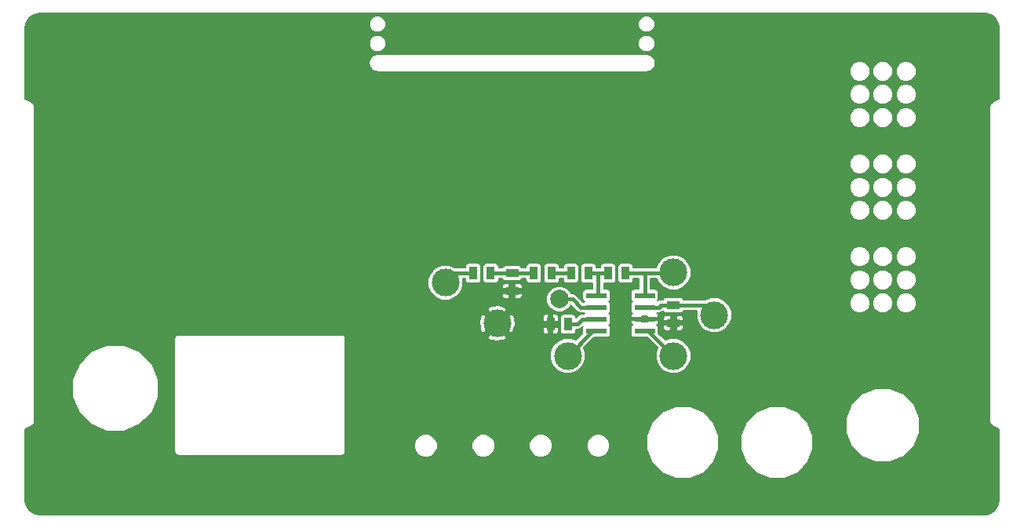
<source format=gbl>
G04 #@! TF.GenerationSoftware,KiCad,Pcbnew,5.0.2-bee76a0~70~ubuntu16.04.1*
G04 #@! TF.CreationDate,2019-08-24T21:48:25-07:00*
G04 #@! TF.ProjectId,endcap,656e6463-6170-42e6-9b69-6361645f7063,rev?*
G04 #@! TF.SameCoordinates,PX2faf080PY2faf080*
G04 #@! TF.FileFunction,Copper,L2,Bot*
G04 #@! TF.FilePolarity,Positive*
%FSLAX46Y46*%
G04 Gerber Fmt 4.6, Leading zero omitted, Abs format (unit mm)*
G04 Created by KiCad (PCBNEW 5.0.2-bee76a0~70~ubuntu16.04.1) date Sat 24 Aug 2019 09:48:25 PM PDT*
%MOMM*%
%LPD*%
G01*
G04 APERTURE LIST*
G04 #@! TA.AperFunction,ComponentPad*
%ADD10C,4.900000*%
G04 #@! TD*
G04 #@! TA.AperFunction,SMDPad,CuDef*
%ADD11R,1.397000X0.889000*%
G04 #@! TD*
G04 #@! TA.AperFunction,SMDPad,CuDef*
%ADD12R,0.889000X1.397000*%
G04 #@! TD*
G04 #@! TA.AperFunction,BGAPad,CuDef*
%ADD13C,3.000000*%
G04 #@! TD*
G04 #@! TA.AperFunction,BGAPad,CuDef*
%ADD14C,2.000000*%
G04 #@! TD*
G04 #@! TA.AperFunction,SMDPad,CuDef*
%ADD15R,2.200000X0.600000*%
G04 #@! TD*
G04 #@! TA.AperFunction,Conductor*
%ADD16C,0.400000*%
G04 #@! TD*
G04 #@! TA.AperFunction,Conductor*
%ADD17C,0.200000*%
G04 #@! TD*
G04 APERTURE END LIST*
D10*
G04 #@! TO.P,MH1,1*
G04 #@! TO.N,GND*
X4875000Y-3750000D03*
G04 #@! TD*
G04 #@! TO.P,MH2,1*
G04 #@! TO.N,GND*
X101125000Y-3750000D03*
G04 #@! TD*
G04 #@! TO.P,MH3,1*
G04 #@! TO.N,GND*
X101125000Y-51250000D03*
G04 #@! TD*
G04 #@! TO.P,MH4,1*
G04 #@! TO.N,GND*
X4875000Y-51250000D03*
G04 #@! TD*
D11*
G04 #@! TO.P,C1,1*
G04 #@! TO.N,Net-(C1-Pad1)*
X53000000Y-28500000D03*
G04 #@! TO.P,C1,2*
G04 #@! TO.N,GND*
X53000000Y-30405000D03*
G04 #@! TD*
D12*
G04 #@! TO.P,C2,1*
G04 #@! TO.N,Net-(C2-Pad1)*
X57252500Y-28500000D03*
G04 #@! TO.P,C2,2*
G04 #@! TO.N,Net-(C1-Pad1)*
X55347500Y-28500000D03*
G04 #@! TD*
G04 #@! TO.P,C3,2*
G04 #@! TO.N,GND*
X57147500Y-34000000D03*
G04 #@! TO.P,C3,1*
G04 #@! TO.N,Net-(C3-Pad1)*
X59052500Y-34000000D03*
G04 #@! TD*
D11*
G04 #@! TO.P,C4,1*
G04 #@! TO.N,GND*
X70400000Y-33852500D03*
G04 #@! TO.P,C4,2*
G04 #@! TO.N,Net-(C4-Pad2)*
X70400000Y-31947500D03*
G04 #@! TD*
D12*
G04 #@! TO.P,R1,2*
G04 #@! TO.N,Net-(R1-Pad2)*
X48795000Y-28500000D03*
G04 #@! TO.P,R1,1*
G04 #@! TO.N,Net-(C1-Pad1)*
X50700000Y-28500000D03*
G04 #@! TD*
G04 #@! TO.P,R2,1*
G04 #@! TO.N,Net-(R2-Pad1)*
X61252500Y-28500000D03*
G04 #@! TO.P,R2,2*
G04 #@! TO.N,Net-(C2-Pad1)*
X59347500Y-28500000D03*
G04 #@! TD*
G04 #@! TO.P,R3,2*
G04 #@! TO.N,Net-(R2-Pad1)*
X63347500Y-28500000D03*
G04 #@! TO.P,R3,1*
G04 #@! TO.N,Net-(R3-Pad1)*
X65252500Y-28500000D03*
G04 #@! TD*
D13*
G04 #@! TO.P,TP1,1*
G04 #@! TO.N,Net-(R1-Pad2)*
X45800000Y-29500000D03*
G04 #@! TD*
G04 #@! TO.P,TP2,1*
G04 #@! TO.N,GND*
X51400000Y-33900000D03*
G04 #@! TD*
G04 #@! TO.P,TP3,1*
G04 #@! TO.N,Net-(C4-Pad2)*
X74800000Y-33000000D03*
G04 #@! TD*
G04 #@! TO.P,TP4,1*
G04 #@! TO.N,Net-(TP4-Pad1)*
X70400000Y-37400000D03*
G04 #@! TD*
G04 #@! TO.P,TP5,1*
G04 #@! TO.N,Net-(R3-Pad1)*
X70400000Y-28400000D03*
G04 #@! TD*
G04 #@! TO.P,TP6,1*
G04 #@! TO.N,Net-(TP6-Pad1)*
X59000000Y-37400000D03*
G04 #@! TD*
D14*
G04 #@! TO.P,TP7,1*
G04 #@! TO.N,Net-(TP7-Pad1)*
X58100000Y-31300000D03*
G04 #@! TD*
D15*
G04 #@! TO.P,U1,8*
G04 #@! TO.N,Net-(TP4-Pad1)*
X67300000Y-34705000D03*
G04 #@! TO.P,U1,1*
G04 #@! TO.N,Net-(TP6-Pad1)*
X62100000Y-34705000D03*
G04 #@! TO.P,U1,7*
G04 #@! TO.N,GND*
X67300000Y-33435000D03*
G04 #@! TO.P,U1,2*
G04 #@! TO.N,Net-(C3-Pad1)*
X62100000Y-33435000D03*
G04 #@! TO.P,U1,6*
G04 #@! TO.N,Net-(C4-Pad2)*
X67300000Y-32165000D03*
G04 #@! TO.P,U1,3*
G04 #@! TO.N,Net-(TP7-Pad1)*
X62100000Y-32165000D03*
G04 #@! TO.P,U1,5*
G04 #@! TO.N,Net-(R3-Pad1)*
X67300000Y-30895000D03*
G04 #@! TO.P,U1,4*
G04 #@! TO.N,Net-(R2-Pad1)*
X62100000Y-30895000D03*
G04 #@! TD*
D16*
G04 #@! TO.N,Net-(C1-Pad1)*
X53000000Y-28500000D02*
X55347500Y-28500000D01*
X50700000Y-28500000D02*
X53000000Y-28500000D01*
G04 #@! TO.N,Net-(C2-Pad1)*
X57252500Y-28500000D02*
X59347500Y-28500000D01*
G04 #@! TO.N,Net-(C3-Pad1)*
X60035000Y-34000000D02*
X59052500Y-34000000D01*
X60600000Y-33435000D02*
X60035000Y-34000000D01*
X62100000Y-33435000D02*
X60600000Y-33435000D01*
G04 #@! TO.N,Net-(C4-Pad2)*
X70400000Y-31947500D02*
X69052500Y-31947500D01*
X68835000Y-32165000D02*
X67300000Y-32165000D01*
X69052500Y-31947500D02*
X68835000Y-32165000D01*
X73747500Y-31947500D02*
X74800000Y-33000000D01*
X70400000Y-31947500D02*
X73747500Y-31947500D01*
G04 #@! TO.N,Net-(R1-Pad2)*
X46800000Y-28500000D02*
X45800000Y-29500000D01*
X48795000Y-28500000D02*
X46800000Y-28500000D01*
G04 #@! TO.N,Net-(R2-Pad1)*
X61252500Y-28500000D02*
X63347500Y-28500000D01*
X62300000Y-30695000D02*
X62100000Y-30895000D01*
X62300000Y-28500000D02*
X62300000Y-30695000D01*
G04 #@! TO.N,Net-(R3-Pad1)*
X67300000Y-30895000D02*
X67300000Y-28500000D01*
X67300000Y-28500000D02*
X65252500Y-28500000D01*
X70300000Y-28500000D02*
X70400000Y-28400000D01*
X67300000Y-28500000D02*
X70300000Y-28500000D01*
G04 #@! TO.N,Net-(TP4-Pad1)*
X67705000Y-34705000D02*
X67300000Y-34705000D01*
X70400000Y-37400000D02*
X67705000Y-34705000D01*
G04 #@! TO.N,Net-(TP6-Pad1)*
X61695000Y-34705000D02*
X62100000Y-34705000D01*
X59000000Y-37400000D02*
X61695000Y-34705000D01*
G04 #@! TO.N,Net-(TP7-Pad1)*
X60600000Y-32165000D02*
X62100000Y-32165000D01*
X60379213Y-32165000D02*
X60600000Y-32165000D01*
X59514213Y-31300000D02*
X60379213Y-32165000D01*
X58100000Y-31300000D02*
X59514213Y-31300000D01*
G04 #@! TD*
D17*
G04 #@! TO.N,GND*
G36*
X104426658Y-540949D02*
X104819014Y-719342D01*
X105145532Y-1000688D01*
X105379961Y-1362368D01*
X105508162Y-1791043D01*
X105525000Y-2017627D01*
X105525001Y-9706433D01*
X104844694Y-10046588D01*
X104814665Y-10052561D01*
X104760903Y-10088483D01*
X104745734Y-10096068D01*
X104722095Y-10114414D01*
X104657545Y-10157545D01*
X104647876Y-10172015D01*
X104634131Y-10182683D01*
X104595690Y-10250118D01*
X104552561Y-10314666D01*
X104549166Y-10331734D01*
X104540549Y-10346850D01*
X104530842Y-10423853D01*
X104525000Y-10453222D01*
X104525000Y-10470196D01*
X104516915Y-10534332D01*
X104525000Y-10563856D01*
X104525001Y-44436141D01*
X104516915Y-44465668D01*
X104525001Y-44529812D01*
X104525001Y-44546779D01*
X104530841Y-44576136D01*
X104540549Y-44653150D01*
X104549167Y-44668269D01*
X104552562Y-44685335D01*
X104595687Y-44749876D01*
X104634131Y-44817317D01*
X104647878Y-44827986D01*
X104657546Y-44842455D01*
X104722089Y-44885581D01*
X104745734Y-44903932D01*
X104760907Y-44911519D01*
X104814666Y-44947439D01*
X104844694Y-44953412D01*
X105525000Y-45293566D01*
X105525001Y-52966151D01*
X105459052Y-53426656D01*
X105280658Y-53819015D01*
X104999312Y-54145532D01*
X104637631Y-54379962D01*
X104208957Y-54508162D01*
X103982374Y-54525000D01*
X2033842Y-54525000D01*
X1573344Y-54459052D01*
X1180985Y-54280658D01*
X854468Y-53999312D01*
X620038Y-53637631D01*
X491838Y-53208957D01*
X475000Y-52982374D01*
X475000Y-45293566D01*
X1155309Y-44953411D01*
X1185334Y-44947439D01*
X1239088Y-44911522D01*
X1254266Y-44903933D01*
X1277916Y-44885578D01*
X1342455Y-44842455D01*
X1352122Y-44827987D01*
X1365869Y-44817318D01*
X1404311Y-44749880D01*
X1447439Y-44685335D01*
X1450834Y-44668267D01*
X1459451Y-44653151D01*
X1469158Y-44576149D01*
X1475000Y-44546779D01*
X1475000Y-44529804D01*
X1483085Y-44465668D01*
X1475000Y-44436144D01*
X1475000Y-39975057D01*
X5550000Y-39975057D01*
X5550000Y-41824943D01*
X6257920Y-43534013D01*
X7565987Y-44842080D01*
X9275057Y-45550000D01*
X11124943Y-45550000D01*
X12834013Y-44842080D01*
X14142080Y-43534013D01*
X14850000Y-41824943D01*
X14850000Y-39975057D01*
X14142080Y-38265987D01*
X12834013Y-36957920D01*
X11124943Y-36250000D01*
X9275057Y-36250000D01*
X7565987Y-36957920D01*
X6257920Y-38265987D01*
X5550000Y-39975057D01*
X1475000Y-39975057D01*
X1475000Y-35600000D01*
X16565695Y-35600000D01*
X16575000Y-35646779D01*
X16575001Y-47653216D01*
X16565695Y-47700000D01*
X16602561Y-47885335D01*
X16707545Y-48042455D01*
X16864665Y-48147439D01*
X17003221Y-48175000D01*
X17003222Y-48175000D01*
X17050000Y-48184305D01*
X17096779Y-48175000D01*
X34503222Y-48175000D01*
X34550000Y-48184305D01*
X34735335Y-48147439D01*
X34892455Y-48042455D01*
X34997439Y-47885335D01*
X35025000Y-47746779D01*
X35034305Y-47700000D01*
X35025000Y-47653221D01*
X35025000Y-46851360D01*
X42450000Y-46851360D01*
X42450000Y-47348640D01*
X42640301Y-47808068D01*
X42991932Y-48159699D01*
X43451360Y-48350000D01*
X43948640Y-48350000D01*
X44408068Y-48159699D01*
X44759699Y-47808068D01*
X44950000Y-47348640D01*
X44950000Y-46851360D01*
X48650000Y-46851360D01*
X48650000Y-47348640D01*
X48840301Y-47808068D01*
X49191932Y-48159699D01*
X49651360Y-48350000D01*
X50148640Y-48350000D01*
X50608068Y-48159699D01*
X50959699Y-47808068D01*
X51150000Y-47348640D01*
X51150000Y-46851360D01*
X54850000Y-46851360D01*
X54850000Y-47348640D01*
X55040301Y-47808068D01*
X55391932Y-48159699D01*
X55851360Y-48350000D01*
X56348640Y-48350000D01*
X56808068Y-48159699D01*
X57159699Y-47808068D01*
X57350000Y-47348640D01*
X57350000Y-46851360D01*
X61050000Y-46851360D01*
X61050000Y-47348640D01*
X61240301Y-47808068D01*
X61591932Y-48159699D01*
X62051360Y-48350000D01*
X62548640Y-48350000D01*
X63008068Y-48159699D01*
X63359699Y-47808068D01*
X63550000Y-47348640D01*
X63550000Y-46851360D01*
X63359699Y-46391932D01*
X63008068Y-46040301D01*
X62884801Y-45989242D01*
X67540000Y-45989242D01*
X67540000Y-47540758D01*
X68133739Y-48974173D01*
X69230827Y-50071261D01*
X70664242Y-50665000D01*
X72215758Y-50665000D01*
X73649173Y-50071261D01*
X74746261Y-48974173D01*
X75340000Y-47540758D01*
X75340000Y-45989242D01*
X77700000Y-45989242D01*
X77700000Y-47540758D01*
X78293739Y-48974173D01*
X79390827Y-50071261D01*
X80824242Y-50665000D01*
X82375758Y-50665000D01*
X83809173Y-50071261D01*
X84906261Y-48974173D01*
X85500000Y-47540758D01*
X85500000Y-45989242D01*
X84906261Y-44555827D01*
X84454784Y-44104350D01*
X89000000Y-44104350D01*
X89000000Y-45695650D01*
X89608963Y-47165818D01*
X90734182Y-48291037D01*
X92204350Y-48900000D01*
X93795650Y-48900000D01*
X95265818Y-48291037D01*
X96391037Y-47165818D01*
X97000000Y-45695650D01*
X97000000Y-44104350D01*
X96391037Y-42634182D01*
X95265818Y-41508963D01*
X93795650Y-40900000D01*
X92204350Y-40900000D01*
X90734182Y-41508963D01*
X89608963Y-42634182D01*
X89000000Y-44104350D01*
X84454784Y-44104350D01*
X83809173Y-43458739D01*
X82375758Y-42865000D01*
X80824242Y-42865000D01*
X79390827Y-43458739D01*
X78293739Y-44555827D01*
X77700000Y-45989242D01*
X75340000Y-45989242D01*
X74746261Y-44555827D01*
X73649173Y-43458739D01*
X72215758Y-42865000D01*
X70664242Y-42865000D01*
X69230827Y-43458739D01*
X68133739Y-44555827D01*
X67540000Y-45989242D01*
X62884801Y-45989242D01*
X62548640Y-45850000D01*
X62051360Y-45850000D01*
X61591932Y-46040301D01*
X61240301Y-46391932D01*
X61050000Y-46851360D01*
X57350000Y-46851360D01*
X57159699Y-46391932D01*
X56808068Y-46040301D01*
X56348640Y-45850000D01*
X55851360Y-45850000D01*
X55391932Y-46040301D01*
X55040301Y-46391932D01*
X54850000Y-46851360D01*
X51150000Y-46851360D01*
X50959699Y-46391932D01*
X50608068Y-46040301D01*
X50148640Y-45850000D01*
X49651360Y-45850000D01*
X49191932Y-46040301D01*
X48840301Y-46391932D01*
X48650000Y-46851360D01*
X44950000Y-46851360D01*
X44759699Y-46391932D01*
X44408068Y-46040301D01*
X43948640Y-45850000D01*
X43451360Y-45850000D01*
X42991932Y-46040301D01*
X42640301Y-46391932D01*
X42450000Y-46851360D01*
X35025000Y-46851360D01*
X35025000Y-35646779D01*
X35034305Y-35600000D01*
X34997439Y-35414665D01*
X34983503Y-35393808D01*
X50330456Y-35393808D01*
X50517770Y-35624675D01*
X51244931Y-35831006D01*
X51995699Y-35743359D01*
X52282230Y-35624675D01*
X52469544Y-35393808D01*
X51400000Y-34324264D01*
X50330456Y-35393808D01*
X34983503Y-35393808D01*
X34892455Y-35257545D01*
X34735335Y-35152561D01*
X34596779Y-35125000D01*
X34596778Y-35125000D01*
X34550000Y-35115695D01*
X34503221Y-35125000D01*
X17096778Y-35125000D01*
X17050000Y-35115695D01*
X17003221Y-35125000D01*
X16864665Y-35152561D01*
X16707545Y-35257545D01*
X16602561Y-35414665D01*
X16565695Y-35600000D01*
X1475000Y-35600000D01*
X1475000Y-33744931D01*
X49468994Y-33744931D01*
X49556641Y-34495699D01*
X49675325Y-34782230D01*
X49906192Y-34969544D01*
X50975736Y-33900000D01*
X51824264Y-33900000D01*
X52893808Y-34969544D01*
X53124675Y-34782230D01*
X53233132Y-34400000D01*
X56303000Y-34400000D01*
X56303000Y-34778065D01*
X56363896Y-34925082D01*
X56476418Y-35037604D01*
X56623435Y-35098500D01*
X56825250Y-35098500D01*
X56925250Y-34998500D01*
X56925250Y-34300000D01*
X57369750Y-34300000D01*
X57369750Y-34998500D01*
X57469750Y-35098500D01*
X57671565Y-35098500D01*
X57818582Y-35037604D01*
X57931104Y-34925082D01*
X57992000Y-34778065D01*
X57992000Y-34400000D01*
X57892000Y-34300000D01*
X57369750Y-34300000D01*
X56925250Y-34300000D01*
X56403000Y-34300000D01*
X56303000Y-34400000D01*
X53233132Y-34400000D01*
X53331006Y-34055069D01*
X53243359Y-33304301D01*
X53209243Y-33221935D01*
X56303000Y-33221935D01*
X56303000Y-33600000D01*
X56403000Y-33700000D01*
X56925250Y-33700000D01*
X56925250Y-33001500D01*
X57369750Y-33001500D01*
X57369750Y-33700000D01*
X57892000Y-33700000D01*
X57992000Y-33600000D01*
X57992000Y-33221935D01*
X57931104Y-33074918D01*
X57818582Y-32962396D01*
X57671565Y-32901500D01*
X57469750Y-32901500D01*
X57369750Y-33001500D01*
X56925250Y-33001500D01*
X56825250Y-32901500D01*
X56623435Y-32901500D01*
X56476418Y-32962396D01*
X56363896Y-33074918D01*
X56303000Y-33221935D01*
X53209243Y-33221935D01*
X53124675Y-33017770D01*
X52893808Y-32830456D01*
X51824264Y-33900000D01*
X50975736Y-33900000D01*
X49906192Y-32830456D01*
X49675325Y-33017770D01*
X49468994Y-33744931D01*
X1475000Y-33744931D01*
X1475000Y-32406192D01*
X50330456Y-32406192D01*
X51400000Y-33475736D01*
X52469544Y-32406192D01*
X52282230Y-32175325D01*
X51555069Y-31968994D01*
X50804301Y-32056641D01*
X50517770Y-32175325D01*
X50330456Y-32406192D01*
X1475000Y-32406192D01*
X1475000Y-29122067D01*
X43900000Y-29122067D01*
X43900000Y-29877933D01*
X44189258Y-30576263D01*
X44723737Y-31110742D01*
X45422067Y-31400000D01*
X46177933Y-31400000D01*
X46876263Y-31110742D01*
X47259755Y-30727250D01*
X51901500Y-30727250D01*
X51901500Y-30929065D01*
X51962396Y-31076082D01*
X52074918Y-31188604D01*
X52221935Y-31249500D01*
X52600000Y-31249500D01*
X52700000Y-31149500D01*
X52700000Y-30627250D01*
X53300000Y-30627250D01*
X53300000Y-31149500D01*
X53400000Y-31249500D01*
X53778065Y-31249500D01*
X53925082Y-31188604D01*
X54037604Y-31076082D01*
X54060202Y-31021523D01*
X56700000Y-31021523D01*
X56700000Y-31578477D01*
X56913137Y-32093037D01*
X57306963Y-32486863D01*
X57821523Y-32700000D01*
X58378477Y-32700000D01*
X58893037Y-32486863D01*
X59286863Y-32093037D01*
X59337199Y-31971514D01*
X59913166Y-32547481D01*
X59946638Y-32597575D01*
X59996732Y-32631047D01*
X60145104Y-32730187D01*
X60186900Y-32738501D01*
X60320122Y-32765000D01*
X60320125Y-32765000D01*
X60379213Y-32776753D01*
X60438301Y-32765000D01*
X60729001Y-32765000D01*
X60781383Y-32800000D01*
X60729001Y-32835000D01*
X60659088Y-32835000D01*
X60600000Y-32823247D01*
X60540912Y-32835000D01*
X60540909Y-32835000D01*
X60365892Y-32869813D01*
X60167425Y-33002425D01*
X60133953Y-33052519D01*
X59901540Y-33284932D01*
X59873791Y-33145428D01*
X59785384Y-33013116D01*
X59653072Y-32924709D01*
X59497000Y-32893664D01*
X58608000Y-32893664D01*
X58451928Y-32924709D01*
X58319616Y-33013116D01*
X58231209Y-33145428D01*
X58200164Y-33301500D01*
X58200164Y-34698500D01*
X58231209Y-34854572D01*
X58319616Y-34986884D01*
X58451928Y-35075291D01*
X58608000Y-35106336D01*
X59497000Y-35106336D01*
X59653072Y-35075291D01*
X59785384Y-34986884D01*
X59873791Y-34854572D01*
X59904836Y-34698500D01*
X59904836Y-34600000D01*
X59975914Y-34600000D01*
X60035000Y-34611753D01*
X60094086Y-34600000D01*
X60094091Y-34600000D01*
X60269108Y-34565187D01*
X60467575Y-34432575D01*
X60501048Y-34382479D01*
X60620381Y-34263147D01*
X60592164Y-34405000D01*
X60592164Y-34959308D01*
X59854197Y-35697275D01*
X59377933Y-35500000D01*
X58622067Y-35500000D01*
X57923737Y-35789258D01*
X57389258Y-36323737D01*
X57100000Y-37022067D01*
X57100000Y-37777933D01*
X57389258Y-38476263D01*
X57923737Y-39010742D01*
X58622067Y-39300000D01*
X59377933Y-39300000D01*
X60076263Y-39010742D01*
X60610742Y-38476263D01*
X60900000Y-37777933D01*
X60900000Y-37022067D01*
X60702725Y-36545803D01*
X61835693Y-35412836D01*
X63200000Y-35412836D01*
X63356072Y-35381791D01*
X63488384Y-35293384D01*
X63576791Y-35161072D01*
X63607836Y-35005000D01*
X63607836Y-34405000D01*
X65792164Y-34405000D01*
X65792164Y-35005000D01*
X65823209Y-35161072D01*
X65911616Y-35293384D01*
X66043928Y-35381791D01*
X66200000Y-35412836D01*
X67564309Y-35412836D01*
X68697275Y-36545803D01*
X68500000Y-37022067D01*
X68500000Y-37777933D01*
X68789258Y-38476263D01*
X69323737Y-39010742D01*
X70022067Y-39300000D01*
X70777933Y-39300000D01*
X71476263Y-39010742D01*
X72010742Y-38476263D01*
X72300000Y-37777933D01*
X72300000Y-37022067D01*
X72010742Y-36323737D01*
X71476263Y-35789258D01*
X70777933Y-35500000D01*
X70022067Y-35500000D01*
X69545803Y-35697275D01*
X68807836Y-34959308D01*
X68807836Y-34405000D01*
X68776791Y-34248928D01*
X68727228Y-34174750D01*
X69301500Y-34174750D01*
X69301500Y-34376565D01*
X69362396Y-34523582D01*
X69474918Y-34636104D01*
X69621935Y-34697000D01*
X70000000Y-34697000D01*
X70100000Y-34597000D01*
X70100000Y-34074750D01*
X70700000Y-34074750D01*
X70700000Y-34597000D01*
X70800000Y-34697000D01*
X71178065Y-34697000D01*
X71325082Y-34636104D01*
X71437604Y-34523582D01*
X71498500Y-34376565D01*
X71498500Y-34174750D01*
X71398500Y-34074750D01*
X70700000Y-34074750D01*
X70100000Y-34074750D01*
X69401500Y-34074750D01*
X69301500Y-34174750D01*
X68727228Y-34174750D01*
X68688384Y-34116616D01*
X68625457Y-34074570D01*
X68626582Y-34074104D01*
X68739104Y-33961582D01*
X68800000Y-33814565D01*
X68800000Y-33685000D01*
X68700000Y-33585000D01*
X67600000Y-33585000D01*
X67600000Y-33735000D01*
X67000000Y-33735000D01*
X67000000Y-33585000D01*
X65900000Y-33585000D01*
X65800000Y-33685000D01*
X65800000Y-33814565D01*
X65860896Y-33961582D01*
X65973418Y-34074104D01*
X65974543Y-34074570D01*
X65911616Y-34116616D01*
X65823209Y-34248928D01*
X65792164Y-34405000D01*
X63607836Y-34405000D01*
X63576791Y-34248928D01*
X63488384Y-34116616D01*
X63418617Y-34070000D01*
X63488384Y-34023384D01*
X63576791Y-33891072D01*
X63607836Y-33735000D01*
X63607836Y-33328435D01*
X69301500Y-33328435D01*
X69301500Y-33530250D01*
X69401500Y-33630250D01*
X70100000Y-33630250D01*
X70100000Y-33108000D01*
X70700000Y-33108000D01*
X70700000Y-33630250D01*
X71398500Y-33630250D01*
X71498500Y-33530250D01*
X71498500Y-33328435D01*
X71437604Y-33181418D01*
X71325082Y-33068896D01*
X71178065Y-33008000D01*
X70800000Y-33008000D01*
X70700000Y-33108000D01*
X70100000Y-33108000D01*
X70000000Y-33008000D01*
X69621935Y-33008000D01*
X69474918Y-33068896D01*
X69362396Y-33181418D01*
X69301500Y-33328435D01*
X63607836Y-33328435D01*
X63607836Y-33135000D01*
X63576791Y-32978928D01*
X63488384Y-32846616D01*
X63418617Y-32800000D01*
X63488384Y-32753384D01*
X63576791Y-32621072D01*
X63607836Y-32465000D01*
X63607836Y-31865000D01*
X63576791Y-31708928D01*
X63488384Y-31576616D01*
X63418617Y-31530000D01*
X63488384Y-31483384D01*
X63576791Y-31351072D01*
X63607836Y-31195000D01*
X63607836Y-30595000D01*
X63576791Y-30438928D01*
X63488384Y-30306616D01*
X63356072Y-30218209D01*
X63200000Y-30187164D01*
X62900000Y-30187164D01*
X62900000Y-29605739D01*
X62903000Y-29606336D01*
X63792000Y-29606336D01*
X63948072Y-29575291D01*
X64080384Y-29486884D01*
X64168791Y-29354572D01*
X64199836Y-29198500D01*
X64199836Y-27801500D01*
X64400164Y-27801500D01*
X64400164Y-29198500D01*
X64431209Y-29354572D01*
X64519616Y-29486884D01*
X64651928Y-29575291D01*
X64808000Y-29606336D01*
X65697000Y-29606336D01*
X65853072Y-29575291D01*
X65985384Y-29486884D01*
X66073791Y-29354572D01*
X66104836Y-29198500D01*
X66104836Y-29100000D01*
X66700001Y-29100000D01*
X66700000Y-30187164D01*
X66200000Y-30187164D01*
X66043928Y-30218209D01*
X65911616Y-30306616D01*
X65823209Y-30438928D01*
X65792164Y-30595000D01*
X65792164Y-31195000D01*
X65823209Y-31351072D01*
X65911616Y-31483384D01*
X65981383Y-31530000D01*
X65911616Y-31576616D01*
X65823209Y-31708928D01*
X65792164Y-31865000D01*
X65792164Y-32465000D01*
X65823209Y-32621072D01*
X65911616Y-32753384D01*
X65974543Y-32795430D01*
X65973418Y-32795896D01*
X65860896Y-32908418D01*
X65800000Y-33055435D01*
X65800000Y-33185000D01*
X65900000Y-33285000D01*
X67000000Y-33285000D01*
X67000000Y-33135000D01*
X67600000Y-33135000D01*
X67600000Y-33285000D01*
X68700000Y-33285000D01*
X68800000Y-33185000D01*
X68800000Y-33055435D01*
X68739104Y-32908418D01*
X68626582Y-32795896D01*
X68625457Y-32795430D01*
X68670999Y-32765000D01*
X68775914Y-32765000D01*
X68835000Y-32776753D01*
X68894086Y-32765000D01*
X68894091Y-32765000D01*
X69069108Y-32730187D01*
X69267575Y-32597575D01*
X69301034Y-32547500D01*
X69324595Y-32547500D01*
X69324709Y-32548072D01*
X69413116Y-32680384D01*
X69545428Y-32768791D01*
X69701500Y-32799836D01*
X71098500Y-32799836D01*
X71254572Y-32768791D01*
X71386884Y-32680384D01*
X71475291Y-32548072D01*
X71475405Y-32547500D01*
X72930887Y-32547500D01*
X72900000Y-32622067D01*
X72900000Y-33377933D01*
X73189258Y-34076263D01*
X73723737Y-34610742D01*
X74422067Y-34900000D01*
X75177933Y-34900000D01*
X75876263Y-34610742D01*
X76410742Y-34076263D01*
X76700000Y-33377933D01*
X76700000Y-32622067D01*
X76410742Y-31923737D01*
X75968201Y-31481196D01*
X89400000Y-31481196D01*
X89400000Y-31918804D01*
X89567465Y-32323100D01*
X89876900Y-32632535D01*
X90281196Y-32800000D01*
X90718804Y-32800000D01*
X91123100Y-32632535D01*
X91432535Y-32323100D01*
X91600000Y-31918804D01*
X91600000Y-31481196D01*
X91900000Y-31481196D01*
X91900000Y-31918804D01*
X92067465Y-32323100D01*
X92376900Y-32632535D01*
X92781196Y-32800000D01*
X93218804Y-32800000D01*
X93623100Y-32632535D01*
X93932535Y-32323100D01*
X94100000Y-31918804D01*
X94100000Y-31481196D01*
X94400000Y-31481196D01*
X94400000Y-31918804D01*
X94567465Y-32323100D01*
X94876900Y-32632535D01*
X95281196Y-32800000D01*
X95718804Y-32800000D01*
X96123100Y-32632535D01*
X96432535Y-32323100D01*
X96600000Y-31918804D01*
X96600000Y-31481196D01*
X96432535Y-31076900D01*
X96123100Y-30767465D01*
X95718804Y-30600000D01*
X95281196Y-30600000D01*
X94876900Y-30767465D01*
X94567465Y-31076900D01*
X94400000Y-31481196D01*
X94100000Y-31481196D01*
X93932535Y-31076900D01*
X93623100Y-30767465D01*
X93218804Y-30600000D01*
X92781196Y-30600000D01*
X92376900Y-30767465D01*
X92067465Y-31076900D01*
X91900000Y-31481196D01*
X91600000Y-31481196D01*
X91432535Y-31076900D01*
X91123100Y-30767465D01*
X90718804Y-30600000D01*
X90281196Y-30600000D01*
X89876900Y-30767465D01*
X89567465Y-31076900D01*
X89400000Y-31481196D01*
X75968201Y-31481196D01*
X75876263Y-31389258D01*
X75177933Y-31100000D01*
X74422067Y-31100000D01*
X73818723Y-31349913D01*
X73806591Y-31347500D01*
X73806586Y-31347500D01*
X73747500Y-31335747D01*
X73688414Y-31347500D01*
X71475405Y-31347500D01*
X71475291Y-31346928D01*
X71386884Y-31214616D01*
X71254572Y-31126209D01*
X71098500Y-31095164D01*
X69701500Y-31095164D01*
X69545428Y-31126209D01*
X69413116Y-31214616D01*
X69324709Y-31346928D01*
X69324595Y-31347500D01*
X69111585Y-31347500D01*
X69052499Y-31335747D01*
X68993413Y-31347500D01*
X68993409Y-31347500D01*
X68818392Y-31382313D01*
X68705527Y-31457727D01*
X68776791Y-31351072D01*
X68807836Y-31195000D01*
X68807836Y-30595000D01*
X68776791Y-30438928D01*
X68688384Y-30306616D01*
X68556072Y-30218209D01*
X68400000Y-30187164D01*
X67900000Y-30187164D01*
X67900000Y-29100000D01*
X68633405Y-29100000D01*
X68789258Y-29476263D01*
X69323737Y-30010742D01*
X70022067Y-30300000D01*
X70777933Y-30300000D01*
X71476263Y-30010742D01*
X72010742Y-29476263D01*
X72215805Y-28981196D01*
X89400000Y-28981196D01*
X89400000Y-29418804D01*
X89567465Y-29823100D01*
X89876900Y-30132535D01*
X90281196Y-30300000D01*
X90718804Y-30300000D01*
X91123100Y-30132535D01*
X91432535Y-29823100D01*
X91600000Y-29418804D01*
X91600000Y-28981196D01*
X91900000Y-28981196D01*
X91900000Y-29418804D01*
X92067465Y-29823100D01*
X92376900Y-30132535D01*
X92781196Y-30300000D01*
X93218804Y-30300000D01*
X93623100Y-30132535D01*
X93932535Y-29823100D01*
X94100000Y-29418804D01*
X94100000Y-28981196D01*
X94400000Y-28981196D01*
X94400000Y-29418804D01*
X94567465Y-29823100D01*
X94876900Y-30132535D01*
X95281196Y-30300000D01*
X95718804Y-30300000D01*
X96123100Y-30132535D01*
X96432535Y-29823100D01*
X96600000Y-29418804D01*
X96600000Y-28981196D01*
X96432535Y-28576900D01*
X96123100Y-28267465D01*
X95718804Y-28100000D01*
X95281196Y-28100000D01*
X94876900Y-28267465D01*
X94567465Y-28576900D01*
X94400000Y-28981196D01*
X94100000Y-28981196D01*
X93932535Y-28576900D01*
X93623100Y-28267465D01*
X93218804Y-28100000D01*
X92781196Y-28100000D01*
X92376900Y-28267465D01*
X92067465Y-28576900D01*
X91900000Y-28981196D01*
X91600000Y-28981196D01*
X91432535Y-28576900D01*
X91123100Y-28267465D01*
X90718804Y-28100000D01*
X90281196Y-28100000D01*
X89876900Y-28267465D01*
X89567465Y-28576900D01*
X89400000Y-28981196D01*
X72215805Y-28981196D01*
X72300000Y-28777933D01*
X72300000Y-28022067D01*
X72010742Y-27323737D01*
X71476263Y-26789258D01*
X70777933Y-26500000D01*
X70022067Y-26500000D01*
X69323737Y-26789258D01*
X68789258Y-27323737D01*
X68550562Y-27900000D01*
X67359091Y-27900000D01*
X67300000Y-27888246D01*
X67240909Y-27900000D01*
X66104836Y-27900000D01*
X66104836Y-27801500D01*
X66073791Y-27645428D01*
X65985384Y-27513116D01*
X65853072Y-27424709D01*
X65697000Y-27393664D01*
X64808000Y-27393664D01*
X64651928Y-27424709D01*
X64519616Y-27513116D01*
X64431209Y-27645428D01*
X64400164Y-27801500D01*
X64199836Y-27801500D01*
X64168791Y-27645428D01*
X64080384Y-27513116D01*
X63948072Y-27424709D01*
X63792000Y-27393664D01*
X62903000Y-27393664D01*
X62746928Y-27424709D01*
X62614616Y-27513116D01*
X62526209Y-27645428D01*
X62495164Y-27801500D01*
X62495164Y-27900000D01*
X62359091Y-27900000D01*
X62300000Y-27888246D01*
X62240909Y-27900000D01*
X62104836Y-27900000D01*
X62104836Y-27801500D01*
X62073791Y-27645428D01*
X61985384Y-27513116D01*
X61853072Y-27424709D01*
X61697000Y-27393664D01*
X60808000Y-27393664D01*
X60651928Y-27424709D01*
X60519616Y-27513116D01*
X60431209Y-27645428D01*
X60400164Y-27801500D01*
X60400164Y-29198500D01*
X60431209Y-29354572D01*
X60519616Y-29486884D01*
X60651928Y-29575291D01*
X60808000Y-29606336D01*
X61697000Y-29606336D01*
X61700001Y-29605739D01*
X61700001Y-30187164D01*
X61000000Y-30187164D01*
X60843928Y-30218209D01*
X60711616Y-30306616D01*
X60623209Y-30438928D01*
X60592164Y-30595000D01*
X60592164Y-31195000D01*
X60623209Y-31351072D01*
X60711616Y-31483384D01*
X60781383Y-31530000D01*
X60729001Y-31565000D01*
X60627741Y-31565000D01*
X59980262Y-30917521D01*
X59946788Y-30867425D01*
X59748321Y-30734813D01*
X59573304Y-30700000D01*
X59573299Y-30700000D01*
X59514213Y-30688247D01*
X59455127Y-30700000D01*
X59366821Y-30700000D01*
X59286863Y-30506963D01*
X58893037Y-30113137D01*
X58378477Y-29900000D01*
X57821523Y-29900000D01*
X57306963Y-30113137D01*
X56913137Y-30506963D01*
X56700000Y-31021523D01*
X54060202Y-31021523D01*
X54098500Y-30929065D01*
X54098500Y-30727250D01*
X53998500Y-30627250D01*
X53300000Y-30627250D01*
X52700000Y-30627250D01*
X52001500Y-30627250D01*
X51901500Y-30727250D01*
X47259755Y-30727250D01*
X47410742Y-30576263D01*
X47698756Y-29880935D01*
X51901500Y-29880935D01*
X51901500Y-30082750D01*
X52001500Y-30182750D01*
X52700000Y-30182750D01*
X52700000Y-29660500D01*
X53300000Y-29660500D01*
X53300000Y-30182750D01*
X53998500Y-30182750D01*
X54098500Y-30082750D01*
X54098500Y-29880935D01*
X54037604Y-29733918D01*
X53925082Y-29621396D01*
X53778065Y-29560500D01*
X53400000Y-29560500D01*
X53300000Y-29660500D01*
X52700000Y-29660500D01*
X52600000Y-29560500D01*
X52221935Y-29560500D01*
X52074918Y-29621396D01*
X51962396Y-29733918D01*
X51901500Y-29880935D01*
X47698756Y-29880935D01*
X47700000Y-29877933D01*
X47700000Y-29122067D01*
X47690860Y-29100000D01*
X47942664Y-29100000D01*
X47942664Y-29198500D01*
X47973709Y-29354572D01*
X48062116Y-29486884D01*
X48194428Y-29575291D01*
X48350500Y-29606336D01*
X49239500Y-29606336D01*
X49395572Y-29575291D01*
X49527884Y-29486884D01*
X49616291Y-29354572D01*
X49647336Y-29198500D01*
X49647336Y-27801500D01*
X49847664Y-27801500D01*
X49847664Y-29198500D01*
X49878709Y-29354572D01*
X49967116Y-29486884D01*
X50099428Y-29575291D01*
X50255500Y-29606336D01*
X51144500Y-29606336D01*
X51300572Y-29575291D01*
X51432884Y-29486884D01*
X51521291Y-29354572D01*
X51552336Y-29198500D01*
X51552336Y-29100000D01*
X51924595Y-29100000D01*
X51924709Y-29100572D01*
X52013116Y-29232884D01*
X52145428Y-29321291D01*
X52301500Y-29352336D01*
X53698500Y-29352336D01*
X53854572Y-29321291D01*
X53986884Y-29232884D01*
X54075291Y-29100572D01*
X54075405Y-29100000D01*
X54495164Y-29100000D01*
X54495164Y-29198500D01*
X54526209Y-29354572D01*
X54614616Y-29486884D01*
X54746928Y-29575291D01*
X54903000Y-29606336D01*
X55792000Y-29606336D01*
X55948072Y-29575291D01*
X56080384Y-29486884D01*
X56168791Y-29354572D01*
X56199836Y-29198500D01*
X56199836Y-27801500D01*
X56400164Y-27801500D01*
X56400164Y-29198500D01*
X56431209Y-29354572D01*
X56519616Y-29486884D01*
X56651928Y-29575291D01*
X56808000Y-29606336D01*
X57697000Y-29606336D01*
X57853072Y-29575291D01*
X57985384Y-29486884D01*
X58073791Y-29354572D01*
X58104836Y-29198500D01*
X58104836Y-29100000D01*
X58495164Y-29100000D01*
X58495164Y-29198500D01*
X58526209Y-29354572D01*
X58614616Y-29486884D01*
X58746928Y-29575291D01*
X58903000Y-29606336D01*
X59792000Y-29606336D01*
X59948072Y-29575291D01*
X60080384Y-29486884D01*
X60168791Y-29354572D01*
X60199836Y-29198500D01*
X60199836Y-27801500D01*
X60168791Y-27645428D01*
X60080384Y-27513116D01*
X59948072Y-27424709D01*
X59792000Y-27393664D01*
X58903000Y-27393664D01*
X58746928Y-27424709D01*
X58614616Y-27513116D01*
X58526209Y-27645428D01*
X58495164Y-27801500D01*
X58495164Y-27900000D01*
X58104836Y-27900000D01*
X58104836Y-27801500D01*
X58073791Y-27645428D01*
X57985384Y-27513116D01*
X57853072Y-27424709D01*
X57697000Y-27393664D01*
X56808000Y-27393664D01*
X56651928Y-27424709D01*
X56519616Y-27513116D01*
X56431209Y-27645428D01*
X56400164Y-27801500D01*
X56199836Y-27801500D01*
X56168791Y-27645428D01*
X56080384Y-27513116D01*
X55948072Y-27424709D01*
X55792000Y-27393664D01*
X54903000Y-27393664D01*
X54746928Y-27424709D01*
X54614616Y-27513116D01*
X54526209Y-27645428D01*
X54495164Y-27801500D01*
X54495164Y-27900000D01*
X54075405Y-27900000D01*
X54075291Y-27899428D01*
X53986884Y-27767116D01*
X53854572Y-27678709D01*
X53698500Y-27647664D01*
X52301500Y-27647664D01*
X52145428Y-27678709D01*
X52013116Y-27767116D01*
X51924709Y-27899428D01*
X51924595Y-27900000D01*
X51552336Y-27900000D01*
X51552336Y-27801500D01*
X51521291Y-27645428D01*
X51432884Y-27513116D01*
X51300572Y-27424709D01*
X51144500Y-27393664D01*
X50255500Y-27393664D01*
X50099428Y-27424709D01*
X49967116Y-27513116D01*
X49878709Y-27645428D01*
X49847664Y-27801500D01*
X49647336Y-27801500D01*
X49616291Y-27645428D01*
X49527884Y-27513116D01*
X49395572Y-27424709D01*
X49239500Y-27393664D01*
X48350500Y-27393664D01*
X48194428Y-27424709D01*
X48062116Y-27513116D01*
X47973709Y-27645428D01*
X47942664Y-27801500D01*
X47942664Y-27900000D01*
X46887005Y-27900000D01*
X46876263Y-27889258D01*
X46177933Y-27600000D01*
X45422067Y-27600000D01*
X44723737Y-27889258D01*
X44189258Y-28423737D01*
X43900000Y-29122067D01*
X1475000Y-29122067D01*
X1475000Y-26481196D01*
X89400000Y-26481196D01*
X89400000Y-26918804D01*
X89567465Y-27323100D01*
X89876900Y-27632535D01*
X90281196Y-27800000D01*
X90718804Y-27800000D01*
X91123100Y-27632535D01*
X91432535Y-27323100D01*
X91600000Y-26918804D01*
X91600000Y-26481196D01*
X91900000Y-26481196D01*
X91900000Y-26918804D01*
X92067465Y-27323100D01*
X92376900Y-27632535D01*
X92781196Y-27800000D01*
X93218804Y-27800000D01*
X93623100Y-27632535D01*
X93932535Y-27323100D01*
X94100000Y-26918804D01*
X94100000Y-26481196D01*
X94400000Y-26481196D01*
X94400000Y-26918804D01*
X94567465Y-27323100D01*
X94876900Y-27632535D01*
X95281196Y-27800000D01*
X95718804Y-27800000D01*
X96123100Y-27632535D01*
X96432535Y-27323100D01*
X96600000Y-26918804D01*
X96600000Y-26481196D01*
X96432535Y-26076900D01*
X96123100Y-25767465D01*
X95718804Y-25600000D01*
X95281196Y-25600000D01*
X94876900Y-25767465D01*
X94567465Y-26076900D01*
X94400000Y-26481196D01*
X94100000Y-26481196D01*
X93932535Y-26076900D01*
X93623100Y-25767465D01*
X93218804Y-25600000D01*
X92781196Y-25600000D01*
X92376900Y-25767465D01*
X92067465Y-26076900D01*
X91900000Y-26481196D01*
X91600000Y-26481196D01*
X91432535Y-26076900D01*
X91123100Y-25767465D01*
X90718804Y-25600000D01*
X90281196Y-25600000D01*
X89876900Y-25767465D01*
X89567465Y-26076900D01*
X89400000Y-26481196D01*
X1475000Y-26481196D01*
X1475000Y-21481196D01*
X89400000Y-21481196D01*
X89400000Y-21918804D01*
X89567465Y-22323100D01*
X89876900Y-22632535D01*
X90281196Y-22800000D01*
X90718804Y-22800000D01*
X91123100Y-22632535D01*
X91432535Y-22323100D01*
X91600000Y-21918804D01*
X91600000Y-21481196D01*
X91900000Y-21481196D01*
X91900000Y-21918804D01*
X92067465Y-22323100D01*
X92376900Y-22632535D01*
X92781196Y-22800000D01*
X93218804Y-22800000D01*
X93623100Y-22632535D01*
X93932535Y-22323100D01*
X94100000Y-21918804D01*
X94100000Y-21481196D01*
X94400000Y-21481196D01*
X94400000Y-21918804D01*
X94567465Y-22323100D01*
X94876900Y-22632535D01*
X95281196Y-22800000D01*
X95718804Y-22800000D01*
X96123100Y-22632535D01*
X96432535Y-22323100D01*
X96600000Y-21918804D01*
X96600000Y-21481196D01*
X96432535Y-21076900D01*
X96123100Y-20767465D01*
X95718804Y-20600000D01*
X95281196Y-20600000D01*
X94876900Y-20767465D01*
X94567465Y-21076900D01*
X94400000Y-21481196D01*
X94100000Y-21481196D01*
X93932535Y-21076900D01*
X93623100Y-20767465D01*
X93218804Y-20600000D01*
X92781196Y-20600000D01*
X92376900Y-20767465D01*
X92067465Y-21076900D01*
X91900000Y-21481196D01*
X91600000Y-21481196D01*
X91432535Y-21076900D01*
X91123100Y-20767465D01*
X90718804Y-20600000D01*
X90281196Y-20600000D01*
X89876900Y-20767465D01*
X89567465Y-21076900D01*
X89400000Y-21481196D01*
X1475000Y-21481196D01*
X1475000Y-18981196D01*
X89400000Y-18981196D01*
X89400000Y-19418804D01*
X89567465Y-19823100D01*
X89876900Y-20132535D01*
X90281196Y-20300000D01*
X90718804Y-20300000D01*
X91123100Y-20132535D01*
X91432535Y-19823100D01*
X91600000Y-19418804D01*
X91600000Y-18981196D01*
X91900000Y-18981196D01*
X91900000Y-19418804D01*
X92067465Y-19823100D01*
X92376900Y-20132535D01*
X92781196Y-20300000D01*
X93218804Y-20300000D01*
X93623100Y-20132535D01*
X93932535Y-19823100D01*
X94100000Y-19418804D01*
X94100000Y-18981196D01*
X94400000Y-18981196D01*
X94400000Y-19418804D01*
X94567465Y-19823100D01*
X94876900Y-20132535D01*
X95281196Y-20300000D01*
X95718804Y-20300000D01*
X96123100Y-20132535D01*
X96432535Y-19823100D01*
X96600000Y-19418804D01*
X96600000Y-18981196D01*
X96432535Y-18576900D01*
X96123100Y-18267465D01*
X95718804Y-18100000D01*
X95281196Y-18100000D01*
X94876900Y-18267465D01*
X94567465Y-18576900D01*
X94400000Y-18981196D01*
X94100000Y-18981196D01*
X93932535Y-18576900D01*
X93623100Y-18267465D01*
X93218804Y-18100000D01*
X92781196Y-18100000D01*
X92376900Y-18267465D01*
X92067465Y-18576900D01*
X91900000Y-18981196D01*
X91600000Y-18981196D01*
X91432535Y-18576900D01*
X91123100Y-18267465D01*
X90718804Y-18100000D01*
X90281196Y-18100000D01*
X89876900Y-18267465D01*
X89567465Y-18576900D01*
X89400000Y-18981196D01*
X1475000Y-18981196D01*
X1475000Y-16481196D01*
X89400000Y-16481196D01*
X89400000Y-16918804D01*
X89567465Y-17323100D01*
X89876900Y-17632535D01*
X90281196Y-17800000D01*
X90718804Y-17800000D01*
X91123100Y-17632535D01*
X91432535Y-17323100D01*
X91600000Y-16918804D01*
X91600000Y-16481196D01*
X91900000Y-16481196D01*
X91900000Y-16918804D01*
X92067465Y-17323100D01*
X92376900Y-17632535D01*
X92781196Y-17800000D01*
X93218804Y-17800000D01*
X93623100Y-17632535D01*
X93932535Y-17323100D01*
X94100000Y-16918804D01*
X94100000Y-16481196D01*
X94400000Y-16481196D01*
X94400000Y-16918804D01*
X94567465Y-17323100D01*
X94876900Y-17632535D01*
X95281196Y-17800000D01*
X95718804Y-17800000D01*
X96123100Y-17632535D01*
X96432535Y-17323100D01*
X96600000Y-16918804D01*
X96600000Y-16481196D01*
X96432535Y-16076900D01*
X96123100Y-15767465D01*
X95718804Y-15600000D01*
X95281196Y-15600000D01*
X94876900Y-15767465D01*
X94567465Y-16076900D01*
X94400000Y-16481196D01*
X94100000Y-16481196D01*
X93932535Y-16076900D01*
X93623100Y-15767465D01*
X93218804Y-15600000D01*
X92781196Y-15600000D01*
X92376900Y-15767465D01*
X92067465Y-16076900D01*
X91900000Y-16481196D01*
X91600000Y-16481196D01*
X91432535Y-16076900D01*
X91123100Y-15767465D01*
X90718804Y-15600000D01*
X90281196Y-15600000D01*
X89876900Y-15767465D01*
X89567465Y-16076900D01*
X89400000Y-16481196D01*
X1475000Y-16481196D01*
X1475000Y-11481196D01*
X89400000Y-11481196D01*
X89400000Y-11918804D01*
X89567465Y-12323100D01*
X89876900Y-12632535D01*
X90281196Y-12800000D01*
X90718804Y-12800000D01*
X91123100Y-12632535D01*
X91432535Y-12323100D01*
X91600000Y-11918804D01*
X91600000Y-11481196D01*
X91900000Y-11481196D01*
X91900000Y-11918804D01*
X92067465Y-12323100D01*
X92376900Y-12632535D01*
X92781196Y-12800000D01*
X93218804Y-12800000D01*
X93623100Y-12632535D01*
X93932535Y-12323100D01*
X94100000Y-11918804D01*
X94100000Y-11481196D01*
X94400000Y-11481196D01*
X94400000Y-11918804D01*
X94567465Y-12323100D01*
X94876900Y-12632535D01*
X95281196Y-12800000D01*
X95718804Y-12800000D01*
X96123100Y-12632535D01*
X96432535Y-12323100D01*
X96600000Y-11918804D01*
X96600000Y-11481196D01*
X96432535Y-11076900D01*
X96123100Y-10767465D01*
X95718804Y-10600000D01*
X95281196Y-10600000D01*
X94876900Y-10767465D01*
X94567465Y-11076900D01*
X94400000Y-11481196D01*
X94100000Y-11481196D01*
X93932535Y-11076900D01*
X93623100Y-10767465D01*
X93218804Y-10600000D01*
X92781196Y-10600000D01*
X92376900Y-10767465D01*
X92067465Y-11076900D01*
X91900000Y-11481196D01*
X91600000Y-11481196D01*
X91432535Y-11076900D01*
X91123100Y-10767465D01*
X90718804Y-10600000D01*
X90281196Y-10600000D01*
X89876900Y-10767465D01*
X89567465Y-11076900D01*
X89400000Y-11481196D01*
X1475000Y-11481196D01*
X1475000Y-10563856D01*
X1483085Y-10534332D01*
X1475000Y-10470196D01*
X1475000Y-10453221D01*
X1469158Y-10423851D01*
X1459451Y-10346849D01*
X1450834Y-10331733D01*
X1447439Y-10314665D01*
X1404311Y-10250120D01*
X1365869Y-10182682D01*
X1352122Y-10172013D01*
X1342455Y-10157545D01*
X1277914Y-10114420D01*
X1254266Y-10096067D01*
X1239091Y-10088479D01*
X1185335Y-10052561D01*
X1155309Y-10046588D01*
X475000Y-9706434D01*
X475000Y-8981196D01*
X89400000Y-8981196D01*
X89400000Y-9418804D01*
X89567465Y-9823100D01*
X89876900Y-10132535D01*
X90281196Y-10300000D01*
X90718804Y-10300000D01*
X91123100Y-10132535D01*
X91432535Y-9823100D01*
X91600000Y-9418804D01*
X91600000Y-8981196D01*
X91900000Y-8981196D01*
X91900000Y-9418804D01*
X92067465Y-9823100D01*
X92376900Y-10132535D01*
X92781196Y-10300000D01*
X93218804Y-10300000D01*
X93623100Y-10132535D01*
X93932535Y-9823100D01*
X94100000Y-9418804D01*
X94100000Y-8981196D01*
X94400000Y-8981196D01*
X94400000Y-9418804D01*
X94567465Y-9823100D01*
X94876900Y-10132535D01*
X95281196Y-10300000D01*
X95718804Y-10300000D01*
X96123100Y-10132535D01*
X96432535Y-9823100D01*
X96600000Y-9418804D01*
X96600000Y-8981196D01*
X96432535Y-8576900D01*
X96123100Y-8267465D01*
X95718804Y-8100000D01*
X95281196Y-8100000D01*
X94876900Y-8267465D01*
X94567465Y-8576900D01*
X94400000Y-8981196D01*
X94100000Y-8981196D01*
X93932535Y-8576900D01*
X93623100Y-8267465D01*
X93218804Y-8100000D01*
X92781196Y-8100000D01*
X92376900Y-8267465D01*
X92067465Y-8576900D01*
X91900000Y-8981196D01*
X91600000Y-8981196D01*
X91432535Y-8576900D01*
X91123100Y-8267465D01*
X90718804Y-8100000D01*
X90281196Y-8100000D01*
X89876900Y-8267465D01*
X89567465Y-8576900D01*
X89400000Y-8981196D01*
X475000Y-8981196D01*
X475000Y-5712208D01*
X37558646Y-5712208D01*
X37558646Y-5887790D01*
X37596707Y-6079132D01*
X37596707Y-6079134D01*
X37615465Y-6124419D01*
X37663898Y-6241349D01*
X37663902Y-6241353D01*
X37772282Y-6403554D01*
X37772284Y-6403558D01*
X37896442Y-6527716D01*
X37896446Y-6527718D01*
X38058647Y-6636098D01*
X38058651Y-6636102D01*
X38220868Y-6703294D01*
X38412210Y-6741354D01*
X38412212Y-6741354D01*
X38455679Y-6750000D01*
X67544321Y-6750000D01*
X67587788Y-6741354D01*
X67587790Y-6741354D01*
X67779132Y-6703293D01*
X67779134Y-6703293D01*
X67849464Y-6674161D01*
X67941349Y-6636102D01*
X67941353Y-6636098D01*
X68103554Y-6527718D01*
X68103558Y-6527716D01*
X68150078Y-6481196D01*
X89400000Y-6481196D01*
X89400000Y-6918804D01*
X89567465Y-7323100D01*
X89876900Y-7632535D01*
X90281196Y-7800000D01*
X90718804Y-7800000D01*
X91123100Y-7632535D01*
X91432535Y-7323100D01*
X91600000Y-6918804D01*
X91600000Y-6481196D01*
X91900000Y-6481196D01*
X91900000Y-6918804D01*
X92067465Y-7323100D01*
X92376900Y-7632535D01*
X92781196Y-7800000D01*
X93218804Y-7800000D01*
X93623100Y-7632535D01*
X93932535Y-7323100D01*
X94100000Y-6918804D01*
X94100000Y-6481196D01*
X94400000Y-6481196D01*
X94400000Y-6918804D01*
X94567465Y-7323100D01*
X94876900Y-7632535D01*
X95281196Y-7800000D01*
X95718804Y-7800000D01*
X96123100Y-7632535D01*
X96432535Y-7323100D01*
X96600000Y-6918804D01*
X96600000Y-6481196D01*
X96432535Y-6076900D01*
X96123100Y-5767465D01*
X95718804Y-5600000D01*
X95281196Y-5600000D01*
X94876900Y-5767465D01*
X94567465Y-6076900D01*
X94400000Y-6481196D01*
X94100000Y-6481196D01*
X93932535Y-6076900D01*
X93623100Y-5767465D01*
X93218804Y-5600000D01*
X92781196Y-5600000D01*
X92376900Y-5767465D01*
X92067465Y-6076900D01*
X91900000Y-6481196D01*
X91600000Y-6481196D01*
X91432535Y-6076900D01*
X91123100Y-5767465D01*
X90718804Y-5600000D01*
X90281196Y-5600000D01*
X89876900Y-5767465D01*
X89567465Y-6076900D01*
X89400000Y-6481196D01*
X68150078Y-6481196D01*
X68227716Y-6403558D01*
X68227718Y-6403554D01*
X68336098Y-6241353D01*
X68336102Y-6241349D01*
X68403294Y-6079132D01*
X68441354Y-5887790D01*
X68441354Y-5712208D01*
X68441353Y-5712206D01*
X68403294Y-5520868D01*
X68336102Y-5358651D01*
X68336097Y-5358646D01*
X68227718Y-5196446D01*
X68227716Y-5196442D01*
X68103558Y-5072284D01*
X68103554Y-5072282D01*
X67941353Y-4963902D01*
X67941349Y-4963898D01*
X67834797Y-4919764D01*
X67779134Y-4896707D01*
X67779132Y-4896707D01*
X67587790Y-4858646D01*
X67587788Y-4858646D01*
X67544321Y-4850000D01*
X38455679Y-4850000D01*
X38412212Y-4858646D01*
X38412210Y-4858646D01*
X38220868Y-4896706D01*
X38058651Y-4963898D01*
X38058647Y-4963902D01*
X37896446Y-5072282D01*
X37896442Y-5072284D01*
X37772284Y-5196442D01*
X37772282Y-5196446D01*
X37663903Y-5358646D01*
X37663898Y-5358651D01*
X37636064Y-5425850D01*
X37596707Y-5520866D01*
X37596707Y-5520868D01*
X37558647Y-5712206D01*
X37558646Y-5712208D01*
X475000Y-5712208D01*
X475000Y-3520979D01*
X37600000Y-3520979D01*
X37600000Y-3879021D01*
X37737017Y-4209809D01*
X37990191Y-4462983D01*
X38320979Y-4600000D01*
X38679021Y-4600000D01*
X39009809Y-4462983D01*
X39262983Y-4209809D01*
X39400000Y-3879021D01*
X39400000Y-3520979D01*
X66600000Y-3520979D01*
X66600000Y-3879021D01*
X66737017Y-4209809D01*
X66990191Y-4462983D01*
X67320979Y-4600000D01*
X67679021Y-4600000D01*
X68009809Y-4462983D01*
X68262983Y-4209809D01*
X68400000Y-3879021D01*
X68400000Y-3520979D01*
X68262983Y-3190191D01*
X68009809Y-2937017D01*
X67679021Y-2800000D01*
X67320979Y-2800000D01*
X66990191Y-2937017D01*
X66737017Y-3190191D01*
X66600000Y-3520979D01*
X39400000Y-3520979D01*
X39262983Y-3190191D01*
X39009809Y-2937017D01*
X38679021Y-2800000D01*
X38320979Y-2800000D01*
X37990191Y-2937017D01*
X37737017Y-3190191D01*
X37600000Y-3520979D01*
X475000Y-3520979D01*
X475000Y-2033842D01*
X540949Y-1573342D01*
X610224Y-1420979D01*
X37600000Y-1420979D01*
X37600000Y-1779021D01*
X37737017Y-2109809D01*
X37990191Y-2362983D01*
X38320979Y-2500000D01*
X38679021Y-2500000D01*
X39009809Y-2362983D01*
X39262983Y-2109809D01*
X39400000Y-1779021D01*
X39400000Y-1420979D01*
X66600000Y-1420979D01*
X66600000Y-1779021D01*
X66737017Y-2109809D01*
X66990191Y-2362983D01*
X67320979Y-2500000D01*
X67679021Y-2500000D01*
X68009809Y-2362983D01*
X68262983Y-2109809D01*
X68400000Y-1779021D01*
X68400000Y-1420979D01*
X68262983Y-1090191D01*
X68009809Y-837017D01*
X67679021Y-700000D01*
X67320979Y-700000D01*
X66990191Y-837017D01*
X66737017Y-1090191D01*
X66600000Y-1420979D01*
X39400000Y-1420979D01*
X39262983Y-1090191D01*
X39009809Y-837017D01*
X38679021Y-700000D01*
X38320979Y-700000D01*
X37990191Y-837017D01*
X37737017Y-1090191D01*
X37600000Y-1420979D01*
X610224Y-1420979D01*
X719342Y-1180986D01*
X1000688Y-854468D01*
X1362368Y-620039D01*
X1791043Y-491838D01*
X2017626Y-475000D01*
X103966158Y-475000D01*
X104426658Y-540949D01*
X104426658Y-540949D01*
G37*
X104426658Y-540949D02*
X104819014Y-719342D01*
X105145532Y-1000688D01*
X105379961Y-1362368D01*
X105508162Y-1791043D01*
X105525000Y-2017627D01*
X105525001Y-9706433D01*
X104844694Y-10046588D01*
X104814665Y-10052561D01*
X104760903Y-10088483D01*
X104745734Y-10096068D01*
X104722095Y-10114414D01*
X104657545Y-10157545D01*
X104647876Y-10172015D01*
X104634131Y-10182683D01*
X104595690Y-10250118D01*
X104552561Y-10314666D01*
X104549166Y-10331734D01*
X104540549Y-10346850D01*
X104530842Y-10423853D01*
X104525000Y-10453222D01*
X104525000Y-10470196D01*
X104516915Y-10534332D01*
X104525000Y-10563856D01*
X104525001Y-44436141D01*
X104516915Y-44465668D01*
X104525001Y-44529812D01*
X104525001Y-44546779D01*
X104530841Y-44576136D01*
X104540549Y-44653150D01*
X104549167Y-44668269D01*
X104552562Y-44685335D01*
X104595687Y-44749876D01*
X104634131Y-44817317D01*
X104647878Y-44827986D01*
X104657546Y-44842455D01*
X104722089Y-44885581D01*
X104745734Y-44903932D01*
X104760907Y-44911519D01*
X104814666Y-44947439D01*
X104844694Y-44953412D01*
X105525000Y-45293566D01*
X105525001Y-52966151D01*
X105459052Y-53426656D01*
X105280658Y-53819015D01*
X104999312Y-54145532D01*
X104637631Y-54379962D01*
X104208957Y-54508162D01*
X103982374Y-54525000D01*
X2033842Y-54525000D01*
X1573344Y-54459052D01*
X1180985Y-54280658D01*
X854468Y-53999312D01*
X620038Y-53637631D01*
X491838Y-53208957D01*
X475000Y-52982374D01*
X475000Y-45293566D01*
X1155309Y-44953411D01*
X1185334Y-44947439D01*
X1239088Y-44911522D01*
X1254266Y-44903933D01*
X1277916Y-44885578D01*
X1342455Y-44842455D01*
X1352122Y-44827987D01*
X1365869Y-44817318D01*
X1404311Y-44749880D01*
X1447439Y-44685335D01*
X1450834Y-44668267D01*
X1459451Y-44653151D01*
X1469158Y-44576149D01*
X1475000Y-44546779D01*
X1475000Y-44529804D01*
X1483085Y-44465668D01*
X1475000Y-44436144D01*
X1475000Y-39975057D01*
X5550000Y-39975057D01*
X5550000Y-41824943D01*
X6257920Y-43534013D01*
X7565987Y-44842080D01*
X9275057Y-45550000D01*
X11124943Y-45550000D01*
X12834013Y-44842080D01*
X14142080Y-43534013D01*
X14850000Y-41824943D01*
X14850000Y-39975057D01*
X14142080Y-38265987D01*
X12834013Y-36957920D01*
X11124943Y-36250000D01*
X9275057Y-36250000D01*
X7565987Y-36957920D01*
X6257920Y-38265987D01*
X5550000Y-39975057D01*
X1475000Y-39975057D01*
X1475000Y-35600000D01*
X16565695Y-35600000D01*
X16575000Y-35646779D01*
X16575001Y-47653216D01*
X16565695Y-47700000D01*
X16602561Y-47885335D01*
X16707545Y-48042455D01*
X16864665Y-48147439D01*
X17003221Y-48175000D01*
X17003222Y-48175000D01*
X17050000Y-48184305D01*
X17096779Y-48175000D01*
X34503222Y-48175000D01*
X34550000Y-48184305D01*
X34735335Y-48147439D01*
X34892455Y-48042455D01*
X34997439Y-47885335D01*
X35025000Y-47746779D01*
X35034305Y-47700000D01*
X35025000Y-47653221D01*
X35025000Y-46851360D01*
X42450000Y-46851360D01*
X42450000Y-47348640D01*
X42640301Y-47808068D01*
X42991932Y-48159699D01*
X43451360Y-48350000D01*
X43948640Y-48350000D01*
X44408068Y-48159699D01*
X44759699Y-47808068D01*
X44950000Y-47348640D01*
X44950000Y-46851360D01*
X48650000Y-46851360D01*
X48650000Y-47348640D01*
X48840301Y-47808068D01*
X49191932Y-48159699D01*
X49651360Y-48350000D01*
X50148640Y-48350000D01*
X50608068Y-48159699D01*
X50959699Y-47808068D01*
X51150000Y-47348640D01*
X51150000Y-46851360D01*
X54850000Y-46851360D01*
X54850000Y-47348640D01*
X55040301Y-47808068D01*
X55391932Y-48159699D01*
X55851360Y-48350000D01*
X56348640Y-48350000D01*
X56808068Y-48159699D01*
X57159699Y-47808068D01*
X57350000Y-47348640D01*
X57350000Y-46851360D01*
X61050000Y-46851360D01*
X61050000Y-47348640D01*
X61240301Y-47808068D01*
X61591932Y-48159699D01*
X62051360Y-48350000D01*
X62548640Y-48350000D01*
X63008068Y-48159699D01*
X63359699Y-47808068D01*
X63550000Y-47348640D01*
X63550000Y-46851360D01*
X63359699Y-46391932D01*
X63008068Y-46040301D01*
X62884801Y-45989242D01*
X67540000Y-45989242D01*
X67540000Y-47540758D01*
X68133739Y-48974173D01*
X69230827Y-50071261D01*
X70664242Y-50665000D01*
X72215758Y-50665000D01*
X73649173Y-50071261D01*
X74746261Y-48974173D01*
X75340000Y-47540758D01*
X75340000Y-45989242D01*
X77700000Y-45989242D01*
X77700000Y-47540758D01*
X78293739Y-48974173D01*
X79390827Y-50071261D01*
X80824242Y-50665000D01*
X82375758Y-50665000D01*
X83809173Y-50071261D01*
X84906261Y-48974173D01*
X85500000Y-47540758D01*
X85500000Y-45989242D01*
X84906261Y-44555827D01*
X84454784Y-44104350D01*
X89000000Y-44104350D01*
X89000000Y-45695650D01*
X89608963Y-47165818D01*
X90734182Y-48291037D01*
X92204350Y-48900000D01*
X93795650Y-48900000D01*
X95265818Y-48291037D01*
X96391037Y-47165818D01*
X97000000Y-45695650D01*
X97000000Y-44104350D01*
X96391037Y-42634182D01*
X95265818Y-41508963D01*
X93795650Y-40900000D01*
X92204350Y-40900000D01*
X90734182Y-41508963D01*
X89608963Y-42634182D01*
X89000000Y-44104350D01*
X84454784Y-44104350D01*
X83809173Y-43458739D01*
X82375758Y-42865000D01*
X80824242Y-42865000D01*
X79390827Y-43458739D01*
X78293739Y-44555827D01*
X77700000Y-45989242D01*
X75340000Y-45989242D01*
X74746261Y-44555827D01*
X73649173Y-43458739D01*
X72215758Y-42865000D01*
X70664242Y-42865000D01*
X69230827Y-43458739D01*
X68133739Y-44555827D01*
X67540000Y-45989242D01*
X62884801Y-45989242D01*
X62548640Y-45850000D01*
X62051360Y-45850000D01*
X61591932Y-46040301D01*
X61240301Y-46391932D01*
X61050000Y-46851360D01*
X57350000Y-46851360D01*
X57159699Y-46391932D01*
X56808068Y-46040301D01*
X56348640Y-45850000D01*
X55851360Y-45850000D01*
X55391932Y-46040301D01*
X55040301Y-46391932D01*
X54850000Y-46851360D01*
X51150000Y-46851360D01*
X50959699Y-46391932D01*
X50608068Y-46040301D01*
X50148640Y-45850000D01*
X49651360Y-45850000D01*
X49191932Y-46040301D01*
X48840301Y-46391932D01*
X48650000Y-46851360D01*
X44950000Y-46851360D01*
X44759699Y-46391932D01*
X44408068Y-46040301D01*
X43948640Y-45850000D01*
X43451360Y-45850000D01*
X42991932Y-46040301D01*
X42640301Y-46391932D01*
X42450000Y-46851360D01*
X35025000Y-46851360D01*
X35025000Y-35646779D01*
X35034305Y-35600000D01*
X34997439Y-35414665D01*
X34983503Y-35393808D01*
X50330456Y-35393808D01*
X50517770Y-35624675D01*
X51244931Y-35831006D01*
X51995699Y-35743359D01*
X52282230Y-35624675D01*
X52469544Y-35393808D01*
X51400000Y-34324264D01*
X50330456Y-35393808D01*
X34983503Y-35393808D01*
X34892455Y-35257545D01*
X34735335Y-35152561D01*
X34596779Y-35125000D01*
X34596778Y-35125000D01*
X34550000Y-35115695D01*
X34503221Y-35125000D01*
X17096778Y-35125000D01*
X17050000Y-35115695D01*
X17003221Y-35125000D01*
X16864665Y-35152561D01*
X16707545Y-35257545D01*
X16602561Y-35414665D01*
X16565695Y-35600000D01*
X1475000Y-35600000D01*
X1475000Y-33744931D01*
X49468994Y-33744931D01*
X49556641Y-34495699D01*
X49675325Y-34782230D01*
X49906192Y-34969544D01*
X50975736Y-33900000D01*
X51824264Y-33900000D01*
X52893808Y-34969544D01*
X53124675Y-34782230D01*
X53233132Y-34400000D01*
X56303000Y-34400000D01*
X56303000Y-34778065D01*
X56363896Y-34925082D01*
X56476418Y-35037604D01*
X56623435Y-35098500D01*
X56825250Y-35098500D01*
X56925250Y-34998500D01*
X56925250Y-34300000D01*
X57369750Y-34300000D01*
X57369750Y-34998500D01*
X57469750Y-35098500D01*
X57671565Y-35098500D01*
X57818582Y-35037604D01*
X57931104Y-34925082D01*
X57992000Y-34778065D01*
X57992000Y-34400000D01*
X57892000Y-34300000D01*
X57369750Y-34300000D01*
X56925250Y-34300000D01*
X56403000Y-34300000D01*
X56303000Y-34400000D01*
X53233132Y-34400000D01*
X53331006Y-34055069D01*
X53243359Y-33304301D01*
X53209243Y-33221935D01*
X56303000Y-33221935D01*
X56303000Y-33600000D01*
X56403000Y-33700000D01*
X56925250Y-33700000D01*
X56925250Y-33001500D01*
X57369750Y-33001500D01*
X57369750Y-33700000D01*
X57892000Y-33700000D01*
X57992000Y-33600000D01*
X57992000Y-33221935D01*
X57931104Y-33074918D01*
X57818582Y-32962396D01*
X57671565Y-32901500D01*
X57469750Y-32901500D01*
X57369750Y-33001500D01*
X56925250Y-33001500D01*
X56825250Y-32901500D01*
X56623435Y-32901500D01*
X56476418Y-32962396D01*
X56363896Y-33074918D01*
X56303000Y-33221935D01*
X53209243Y-33221935D01*
X53124675Y-33017770D01*
X52893808Y-32830456D01*
X51824264Y-33900000D01*
X50975736Y-33900000D01*
X49906192Y-32830456D01*
X49675325Y-33017770D01*
X49468994Y-33744931D01*
X1475000Y-33744931D01*
X1475000Y-32406192D01*
X50330456Y-32406192D01*
X51400000Y-33475736D01*
X52469544Y-32406192D01*
X52282230Y-32175325D01*
X51555069Y-31968994D01*
X50804301Y-32056641D01*
X50517770Y-32175325D01*
X50330456Y-32406192D01*
X1475000Y-32406192D01*
X1475000Y-29122067D01*
X43900000Y-29122067D01*
X43900000Y-29877933D01*
X44189258Y-30576263D01*
X44723737Y-31110742D01*
X45422067Y-31400000D01*
X46177933Y-31400000D01*
X46876263Y-31110742D01*
X47259755Y-30727250D01*
X51901500Y-30727250D01*
X51901500Y-30929065D01*
X51962396Y-31076082D01*
X52074918Y-31188604D01*
X52221935Y-31249500D01*
X52600000Y-31249500D01*
X52700000Y-31149500D01*
X52700000Y-30627250D01*
X53300000Y-30627250D01*
X53300000Y-31149500D01*
X53400000Y-31249500D01*
X53778065Y-31249500D01*
X53925082Y-31188604D01*
X54037604Y-31076082D01*
X54060202Y-31021523D01*
X56700000Y-31021523D01*
X56700000Y-31578477D01*
X56913137Y-32093037D01*
X57306963Y-32486863D01*
X57821523Y-32700000D01*
X58378477Y-32700000D01*
X58893037Y-32486863D01*
X59286863Y-32093037D01*
X59337199Y-31971514D01*
X59913166Y-32547481D01*
X59946638Y-32597575D01*
X59996732Y-32631047D01*
X60145104Y-32730187D01*
X60186900Y-32738501D01*
X60320122Y-32765000D01*
X60320125Y-32765000D01*
X60379213Y-32776753D01*
X60438301Y-32765000D01*
X60729001Y-32765000D01*
X60781383Y-32800000D01*
X60729001Y-32835000D01*
X60659088Y-32835000D01*
X60600000Y-32823247D01*
X60540912Y-32835000D01*
X60540909Y-32835000D01*
X60365892Y-32869813D01*
X60167425Y-33002425D01*
X60133953Y-33052519D01*
X59901540Y-33284932D01*
X59873791Y-33145428D01*
X59785384Y-33013116D01*
X59653072Y-32924709D01*
X59497000Y-32893664D01*
X58608000Y-32893664D01*
X58451928Y-32924709D01*
X58319616Y-33013116D01*
X58231209Y-33145428D01*
X58200164Y-33301500D01*
X58200164Y-34698500D01*
X58231209Y-34854572D01*
X58319616Y-34986884D01*
X58451928Y-35075291D01*
X58608000Y-35106336D01*
X59497000Y-35106336D01*
X59653072Y-35075291D01*
X59785384Y-34986884D01*
X59873791Y-34854572D01*
X59904836Y-34698500D01*
X59904836Y-34600000D01*
X59975914Y-34600000D01*
X60035000Y-34611753D01*
X60094086Y-34600000D01*
X60094091Y-34600000D01*
X60269108Y-34565187D01*
X60467575Y-34432575D01*
X60501048Y-34382479D01*
X60620381Y-34263147D01*
X60592164Y-34405000D01*
X60592164Y-34959308D01*
X59854197Y-35697275D01*
X59377933Y-35500000D01*
X58622067Y-35500000D01*
X57923737Y-35789258D01*
X57389258Y-36323737D01*
X57100000Y-37022067D01*
X57100000Y-37777933D01*
X57389258Y-38476263D01*
X57923737Y-39010742D01*
X58622067Y-39300000D01*
X59377933Y-39300000D01*
X60076263Y-39010742D01*
X60610742Y-38476263D01*
X60900000Y-37777933D01*
X60900000Y-37022067D01*
X60702725Y-36545803D01*
X61835693Y-35412836D01*
X63200000Y-35412836D01*
X63356072Y-35381791D01*
X63488384Y-35293384D01*
X63576791Y-35161072D01*
X63607836Y-35005000D01*
X63607836Y-34405000D01*
X65792164Y-34405000D01*
X65792164Y-35005000D01*
X65823209Y-35161072D01*
X65911616Y-35293384D01*
X66043928Y-35381791D01*
X66200000Y-35412836D01*
X67564309Y-35412836D01*
X68697275Y-36545803D01*
X68500000Y-37022067D01*
X68500000Y-37777933D01*
X68789258Y-38476263D01*
X69323737Y-39010742D01*
X70022067Y-39300000D01*
X70777933Y-39300000D01*
X71476263Y-39010742D01*
X72010742Y-38476263D01*
X72300000Y-37777933D01*
X72300000Y-37022067D01*
X72010742Y-36323737D01*
X71476263Y-35789258D01*
X70777933Y-35500000D01*
X70022067Y-35500000D01*
X69545803Y-35697275D01*
X68807836Y-34959308D01*
X68807836Y-34405000D01*
X68776791Y-34248928D01*
X68727228Y-34174750D01*
X69301500Y-34174750D01*
X69301500Y-34376565D01*
X69362396Y-34523582D01*
X69474918Y-34636104D01*
X69621935Y-34697000D01*
X70000000Y-34697000D01*
X70100000Y-34597000D01*
X70100000Y-34074750D01*
X70700000Y-34074750D01*
X70700000Y-34597000D01*
X70800000Y-34697000D01*
X71178065Y-34697000D01*
X71325082Y-34636104D01*
X71437604Y-34523582D01*
X71498500Y-34376565D01*
X71498500Y-34174750D01*
X71398500Y-34074750D01*
X70700000Y-34074750D01*
X70100000Y-34074750D01*
X69401500Y-34074750D01*
X69301500Y-34174750D01*
X68727228Y-34174750D01*
X68688384Y-34116616D01*
X68625457Y-34074570D01*
X68626582Y-34074104D01*
X68739104Y-33961582D01*
X68800000Y-33814565D01*
X68800000Y-33685000D01*
X68700000Y-33585000D01*
X67600000Y-33585000D01*
X67600000Y-33735000D01*
X67000000Y-33735000D01*
X67000000Y-33585000D01*
X65900000Y-33585000D01*
X65800000Y-33685000D01*
X65800000Y-33814565D01*
X65860896Y-33961582D01*
X65973418Y-34074104D01*
X65974543Y-34074570D01*
X65911616Y-34116616D01*
X65823209Y-34248928D01*
X65792164Y-34405000D01*
X63607836Y-34405000D01*
X63576791Y-34248928D01*
X63488384Y-34116616D01*
X63418617Y-34070000D01*
X63488384Y-34023384D01*
X63576791Y-33891072D01*
X63607836Y-33735000D01*
X63607836Y-33328435D01*
X69301500Y-33328435D01*
X69301500Y-33530250D01*
X69401500Y-33630250D01*
X70100000Y-33630250D01*
X70100000Y-33108000D01*
X70700000Y-33108000D01*
X70700000Y-33630250D01*
X71398500Y-33630250D01*
X71498500Y-33530250D01*
X71498500Y-33328435D01*
X71437604Y-33181418D01*
X71325082Y-33068896D01*
X71178065Y-33008000D01*
X70800000Y-33008000D01*
X70700000Y-33108000D01*
X70100000Y-33108000D01*
X70000000Y-33008000D01*
X69621935Y-33008000D01*
X69474918Y-33068896D01*
X69362396Y-33181418D01*
X69301500Y-33328435D01*
X63607836Y-33328435D01*
X63607836Y-33135000D01*
X63576791Y-32978928D01*
X63488384Y-32846616D01*
X63418617Y-32800000D01*
X63488384Y-32753384D01*
X63576791Y-32621072D01*
X63607836Y-32465000D01*
X63607836Y-31865000D01*
X63576791Y-31708928D01*
X63488384Y-31576616D01*
X63418617Y-31530000D01*
X63488384Y-31483384D01*
X63576791Y-31351072D01*
X63607836Y-31195000D01*
X63607836Y-30595000D01*
X63576791Y-30438928D01*
X63488384Y-30306616D01*
X63356072Y-30218209D01*
X63200000Y-30187164D01*
X62900000Y-30187164D01*
X62900000Y-29605739D01*
X62903000Y-29606336D01*
X63792000Y-29606336D01*
X63948072Y-29575291D01*
X64080384Y-29486884D01*
X64168791Y-29354572D01*
X64199836Y-29198500D01*
X64199836Y-27801500D01*
X64400164Y-27801500D01*
X64400164Y-29198500D01*
X64431209Y-29354572D01*
X64519616Y-29486884D01*
X64651928Y-29575291D01*
X64808000Y-29606336D01*
X65697000Y-29606336D01*
X65853072Y-29575291D01*
X65985384Y-29486884D01*
X66073791Y-29354572D01*
X66104836Y-29198500D01*
X66104836Y-29100000D01*
X66700001Y-29100000D01*
X66700000Y-30187164D01*
X66200000Y-30187164D01*
X66043928Y-30218209D01*
X65911616Y-30306616D01*
X65823209Y-30438928D01*
X65792164Y-30595000D01*
X65792164Y-31195000D01*
X65823209Y-31351072D01*
X65911616Y-31483384D01*
X65981383Y-31530000D01*
X65911616Y-31576616D01*
X65823209Y-31708928D01*
X65792164Y-31865000D01*
X65792164Y-32465000D01*
X65823209Y-32621072D01*
X65911616Y-32753384D01*
X65974543Y-32795430D01*
X65973418Y-32795896D01*
X65860896Y-32908418D01*
X65800000Y-33055435D01*
X65800000Y-33185000D01*
X65900000Y-33285000D01*
X67000000Y-33285000D01*
X67000000Y-33135000D01*
X67600000Y-33135000D01*
X67600000Y-33285000D01*
X68700000Y-33285000D01*
X68800000Y-33185000D01*
X68800000Y-33055435D01*
X68739104Y-32908418D01*
X68626582Y-32795896D01*
X68625457Y-32795430D01*
X68670999Y-32765000D01*
X68775914Y-32765000D01*
X68835000Y-32776753D01*
X68894086Y-32765000D01*
X68894091Y-32765000D01*
X69069108Y-32730187D01*
X69267575Y-32597575D01*
X69301034Y-32547500D01*
X69324595Y-32547500D01*
X69324709Y-32548072D01*
X69413116Y-32680384D01*
X69545428Y-32768791D01*
X69701500Y-32799836D01*
X71098500Y-32799836D01*
X71254572Y-32768791D01*
X71386884Y-32680384D01*
X71475291Y-32548072D01*
X71475405Y-32547500D01*
X72930887Y-32547500D01*
X72900000Y-32622067D01*
X72900000Y-33377933D01*
X73189258Y-34076263D01*
X73723737Y-34610742D01*
X74422067Y-34900000D01*
X75177933Y-34900000D01*
X75876263Y-34610742D01*
X76410742Y-34076263D01*
X76700000Y-33377933D01*
X76700000Y-32622067D01*
X76410742Y-31923737D01*
X75968201Y-31481196D01*
X89400000Y-31481196D01*
X89400000Y-31918804D01*
X89567465Y-32323100D01*
X89876900Y-32632535D01*
X90281196Y-32800000D01*
X90718804Y-32800000D01*
X91123100Y-32632535D01*
X91432535Y-32323100D01*
X91600000Y-31918804D01*
X91600000Y-31481196D01*
X91900000Y-31481196D01*
X91900000Y-31918804D01*
X92067465Y-32323100D01*
X92376900Y-32632535D01*
X92781196Y-32800000D01*
X93218804Y-32800000D01*
X93623100Y-32632535D01*
X93932535Y-32323100D01*
X94100000Y-31918804D01*
X94100000Y-31481196D01*
X94400000Y-31481196D01*
X94400000Y-31918804D01*
X94567465Y-32323100D01*
X94876900Y-32632535D01*
X95281196Y-32800000D01*
X95718804Y-32800000D01*
X96123100Y-32632535D01*
X96432535Y-32323100D01*
X96600000Y-31918804D01*
X96600000Y-31481196D01*
X96432535Y-31076900D01*
X96123100Y-30767465D01*
X95718804Y-30600000D01*
X95281196Y-30600000D01*
X94876900Y-30767465D01*
X94567465Y-31076900D01*
X94400000Y-31481196D01*
X94100000Y-31481196D01*
X93932535Y-31076900D01*
X93623100Y-30767465D01*
X93218804Y-30600000D01*
X92781196Y-30600000D01*
X92376900Y-30767465D01*
X92067465Y-31076900D01*
X91900000Y-31481196D01*
X91600000Y-31481196D01*
X91432535Y-31076900D01*
X91123100Y-30767465D01*
X90718804Y-30600000D01*
X90281196Y-30600000D01*
X89876900Y-30767465D01*
X89567465Y-31076900D01*
X89400000Y-31481196D01*
X75968201Y-31481196D01*
X75876263Y-31389258D01*
X75177933Y-31100000D01*
X74422067Y-31100000D01*
X73818723Y-31349913D01*
X73806591Y-31347500D01*
X73806586Y-31347500D01*
X73747500Y-31335747D01*
X73688414Y-31347500D01*
X71475405Y-31347500D01*
X71475291Y-31346928D01*
X71386884Y-31214616D01*
X71254572Y-31126209D01*
X71098500Y-31095164D01*
X69701500Y-31095164D01*
X69545428Y-31126209D01*
X69413116Y-31214616D01*
X69324709Y-31346928D01*
X69324595Y-31347500D01*
X69111585Y-31347500D01*
X69052499Y-31335747D01*
X68993413Y-31347500D01*
X68993409Y-31347500D01*
X68818392Y-31382313D01*
X68705527Y-31457727D01*
X68776791Y-31351072D01*
X68807836Y-31195000D01*
X68807836Y-30595000D01*
X68776791Y-30438928D01*
X68688384Y-30306616D01*
X68556072Y-30218209D01*
X68400000Y-30187164D01*
X67900000Y-30187164D01*
X67900000Y-29100000D01*
X68633405Y-29100000D01*
X68789258Y-29476263D01*
X69323737Y-30010742D01*
X70022067Y-30300000D01*
X70777933Y-30300000D01*
X71476263Y-30010742D01*
X72010742Y-29476263D01*
X72215805Y-28981196D01*
X89400000Y-28981196D01*
X89400000Y-29418804D01*
X89567465Y-29823100D01*
X89876900Y-30132535D01*
X90281196Y-30300000D01*
X90718804Y-30300000D01*
X91123100Y-30132535D01*
X91432535Y-29823100D01*
X91600000Y-29418804D01*
X91600000Y-28981196D01*
X91900000Y-28981196D01*
X91900000Y-29418804D01*
X92067465Y-29823100D01*
X92376900Y-30132535D01*
X92781196Y-30300000D01*
X93218804Y-30300000D01*
X93623100Y-30132535D01*
X93932535Y-29823100D01*
X94100000Y-29418804D01*
X94100000Y-28981196D01*
X94400000Y-28981196D01*
X94400000Y-29418804D01*
X94567465Y-29823100D01*
X94876900Y-30132535D01*
X95281196Y-30300000D01*
X95718804Y-30300000D01*
X96123100Y-30132535D01*
X96432535Y-29823100D01*
X96600000Y-29418804D01*
X96600000Y-28981196D01*
X96432535Y-28576900D01*
X96123100Y-28267465D01*
X95718804Y-28100000D01*
X95281196Y-28100000D01*
X94876900Y-28267465D01*
X94567465Y-28576900D01*
X94400000Y-28981196D01*
X94100000Y-28981196D01*
X93932535Y-28576900D01*
X93623100Y-28267465D01*
X93218804Y-28100000D01*
X92781196Y-28100000D01*
X92376900Y-28267465D01*
X92067465Y-28576900D01*
X91900000Y-28981196D01*
X91600000Y-28981196D01*
X91432535Y-28576900D01*
X91123100Y-28267465D01*
X90718804Y-28100000D01*
X90281196Y-28100000D01*
X89876900Y-28267465D01*
X89567465Y-28576900D01*
X89400000Y-28981196D01*
X72215805Y-28981196D01*
X72300000Y-28777933D01*
X72300000Y-28022067D01*
X72010742Y-27323737D01*
X71476263Y-26789258D01*
X70777933Y-26500000D01*
X70022067Y-26500000D01*
X69323737Y-26789258D01*
X68789258Y-27323737D01*
X68550562Y-27900000D01*
X67359091Y-27900000D01*
X67300000Y-27888246D01*
X67240909Y-27900000D01*
X66104836Y-27900000D01*
X66104836Y-27801500D01*
X66073791Y-27645428D01*
X65985384Y-27513116D01*
X65853072Y-27424709D01*
X65697000Y-27393664D01*
X64808000Y-27393664D01*
X64651928Y-27424709D01*
X64519616Y-27513116D01*
X64431209Y-27645428D01*
X64400164Y-27801500D01*
X64199836Y-27801500D01*
X64168791Y-27645428D01*
X64080384Y-27513116D01*
X63948072Y-27424709D01*
X63792000Y-27393664D01*
X62903000Y-27393664D01*
X62746928Y-27424709D01*
X62614616Y-27513116D01*
X62526209Y-27645428D01*
X62495164Y-27801500D01*
X62495164Y-27900000D01*
X62359091Y-27900000D01*
X62300000Y-27888246D01*
X62240909Y-27900000D01*
X62104836Y-27900000D01*
X62104836Y-27801500D01*
X62073791Y-27645428D01*
X61985384Y-27513116D01*
X61853072Y-27424709D01*
X61697000Y-27393664D01*
X60808000Y-27393664D01*
X60651928Y-27424709D01*
X60519616Y-27513116D01*
X60431209Y-27645428D01*
X60400164Y-27801500D01*
X60400164Y-29198500D01*
X60431209Y-29354572D01*
X60519616Y-29486884D01*
X60651928Y-29575291D01*
X60808000Y-29606336D01*
X61697000Y-29606336D01*
X61700001Y-29605739D01*
X61700001Y-30187164D01*
X61000000Y-30187164D01*
X60843928Y-30218209D01*
X60711616Y-30306616D01*
X60623209Y-30438928D01*
X60592164Y-30595000D01*
X60592164Y-31195000D01*
X60623209Y-31351072D01*
X60711616Y-31483384D01*
X60781383Y-31530000D01*
X60729001Y-31565000D01*
X60627741Y-31565000D01*
X59980262Y-30917521D01*
X59946788Y-30867425D01*
X59748321Y-30734813D01*
X59573304Y-30700000D01*
X59573299Y-30700000D01*
X59514213Y-30688247D01*
X59455127Y-30700000D01*
X59366821Y-30700000D01*
X59286863Y-30506963D01*
X58893037Y-30113137D01*
X58378477Y-29900000D01*
X57821523Y-29900000D01*
X57306963Y-30113137D01*
X56913137Y-30506963D01*
X56700000Y-31021523D01*
X54060202Y-31021523D01*
X54098500Y-30929065D01*
X54098500Y-30727250D01*
X53998500Y-30627250D01*
X53300000Y-30627250D01*
X52700000Y-30627250D01*
X52001500Y-30627250D01*
X51901500Y-30727250D01*
X47259755Y-30727250D01*
X47410742Y-30576263D01*
X47698756Y-29880935D01*
X51901500Y-29880935D01*
X51901500Y-30082750D01*
X52001500Y-30182750D01*
X52700000Y-30182750D01*
X52700000Y-29660500D01*
X53300000Y-29660500D01*
X53300000Y-30182750D01*
X53998500Y-30182750D01*
X54098500Y-30082750D01*
X54098500Y-29880935D01*
X54037604Y-29733918D01*
X53925082Y-29621396D01*
X53778065Y-29560500D01*
X53400000Y-29560500D01*
X53300000Y-29660500D01*
X52700000Y-29660500D01*
X52600000Y-29560500D01*
X52221935Y-29560500D01*
X52074918Y-29621396D01*
X51962396Y-29733918D01*
X51901500Y-29880935D01*
X47698756Y-29880935D01*
X47700000Y-29877933D01*
X47700000Y-29122067D01*
X47690860Y-29100000D01*
X47942664Y-29100000D01*
X47942664Y-29198500D01*
X47973709Y-29354572D01*
X48062116Y-29486884D01*
X48194428Y-29575291D01*
X48350500Y-29606336D01*
X49239500Y-29606336D01*
X49395572Y-29575291D01*
X49527884Y-29486884D01*
X49616291Y-29354572D01*
X49647336Y-29198500D01*
X49647336Y-27801500D01*
X49847664Y-27801500D01*
X49847664Y-29198500D01*
X49878709Y-29354572D01*
X49967116Y-29486884D01*
X50099428Y-29575291D01*
X50255500Y-29606336D01*
X51144500Y-29606336D01*
X51300572Y-29575291D01*
X51432884Y-29486884D01*
X51521291Y-29354572D01*
X51552336Y-29198500D01*
X51552336Y-29100000D01*
X51924595Y-29100000D01*
X51924709Y-29100572D01*
X52013116Y-29232884D01*
X52145428Y-29321291D01*
X52301500Y-29352336D01*
X53698500Y-29352336D01*
X53854572Y-29321291D01*
X53986884Y-29232884D01*
X54075291Y-29100572D01*
X54075405Y-29100000D01*
X54495164Y-29100000D01*
X54495164Y-29198500D01*
X54526209Y-29354572D01*
X54614616Y-29486884D01*
X54746928Y-29575291D01*
X54903000Y-29606336D01*
X55792000Y-29606336D01*
X55948072Y-29575291D01*
X56080384Y-29486884D01*
X56168791Y-29354572D01*
X56199836Y-29198500D01*
X56199836Y-27801500D01*
X56400164Y-27801500D01*
X56400164Y-29198500D01*
X56431209Y-29354572D01*
X56519616Y-29486884D01*
X56651928Y-29575291D01*
X56808000Y-29606336D01*
X57697000Y-29606336D01*
X57853072Y-29575291D01*
X57985384Y-29486884D01*
X58073791Y-29354572D01*
X58104836Y-29198500D01*
X58104836Y-29100000D01*
X58495164Y-29100000D01*
X58495164Y-29198500D01*
X58526209Y-29354572D01*
X58614616Y-29486884D01*
X58746928Y-29575291D01*
X58903000Y-29606336D01*
X59792000Y-29606336D01*
X59948072Y-29575291D01*
X60080384Y-29486884D01*
X60168791Y-29354572D01*
X60199836Y-29198500D01*
X60199836Y-27801500D01*
X60168791Y-27645428D01*
X60080384Y-27513116D01*
X59948072Y-27424709D01*
X59792000Y-27393664D01*
X58903000Y-27393664D01*
X58746928Y-27424709D01*
X58614616Y-27513116D01*
X58526209Y-27645428D01*
X58495164Y-27801500D01*
X58495164Y-27900000D01*
X58104836Y-27900000D01*
X58104836Y-27801500D01*
X58073791Y-27645428D01*
X57985384Y-27513116D01*
X57853072Y-27424709D01*
X57697000Y-27393664D01*
X56808000Y-27393664D01*
X56651928Y-27424709D01*
X56519616Y-27513116D01*
X56431209Y-27645428D01*
X56400164Y-27801500D01*
X56199836Y-27801500D01*
X56168791Y-27645428D01*
X56080384Y-27513116D01*
X55948072Y-27424709D01*
X55792000Y-27393664D01*
X54903000Y-27393664D01*
X54746928Y-27424709D01*
X54614616Y-27513116D01*
X54526209Y-27645428D01*
X54495164Y-27801500D01*
X54495164Y-27900000D01*
X54075405Y-27900000D01*
X54075291Y-27899428D01*
X53986884Y-27767116D01*
X53854572Y-27678709D01*
X53698500Y-27647664D01*
X52301500Y-27647664D01*
X52145428Y-27678709D01*
X52013116Y-27767116D01*
X51924709Y-27899428D01*
X51924595Y-27900000D01*
X51552336Y-27900000D01*
X51552336Y-27801500D01*
X51521291Y-27645428D01*
X51432884Y-27513116D01*
X51300572Y-27424709D01*
X51144500Y-27393664D01*
X50255500Y-27393664D01*
X50099428Y-27424709D01*
X49967116Y-27513116D01*
X49878709Y-27645428D01*
X49847664Y-27801500D01*
X49647336Y-27801500D01*
X49616291Y-27645428D01*
X49527884Y-27513116D01*
X49395572Y-27424709D01*
X49239500Y-27393664D01*
X48350500Y-27393664D01*
X48194428Y-27424709D01*
X48062116Y-27513116D01*
X47973709Y-27645428D01*
X47942664Y-27801500D01*
X47942664Y-27900000D01*
X46887005Y-27900000D01*
X46876263Y-27889258D01*
X46177933Y-27600000D01*
X45422067Y-27600000D01*
X44723737Y-27889258D01*
X44189258Y-28423737D01*
X43900000Y-29122067D01*
X1475000Y-29122067D01*
X1475000Y-26481196D01*
X89400000Y-26481196D01*
X89400000Y-26918804D01*
X89567465Y-27323100D01*
X89876900Y-27632535D01*
X90281196Y-27800000D01*
X90718804Y-27800000D01*
X91123100Y-27632535D01*
X91432535Y-27323100D01*
X91600000Y-26918804D01*
X91600000Y-26481196D01*
X91900000Y-26481196D01*
X91900000Y-26918804D01*
X92067465Y-27323100D01*
X92376900Y-27632535D01*
X92781196Y-27800000D01*
X93218804Y-27800000D01*
X93623100Y-27632535D01*
X93932535Y-27323100D01*
X94100000Y-26918804D01*
X94100000Y-26481196D01*
X94400000Y-26481196D01*
X94400000Y-26918804D01*
X94567465Y-27323100D01*
X94876900Y-27632535D01*
X95281196Y-27800000D01*
X95718804Y-27800000D01*
X96123100Y-27632535D01*
X96432535Y-27323100D01*
X96600000Y-26918804D01*
X96600000Y-26481196D01*
X96432535Y-26076900D01*
X96123100Y-25767465D01*
X95718804Y-25600000D01*
X95281196Y-25600000D01*
X94876900Y-25767465D01*
X94567465Y-26076900D01*
X94400000Y-26481196D01*
X94100000Y-26481196D01*
X93932535Y-26076900D01*
X93623100Y-25767465D01*
X93218804Y-25600000D01*
X92781196Y-25600000D01*
X92376900Y-25767465D01*
X92067465Y-26076900D01*
X91900000Y-26481196D01*
X91600000Y-26481196D01*
X91432535Y-26076900D01*
X91123100Y-25767465D01*
X90718804Y-25600000D01*
X90281196Y-25600000D01*
X89876900Y-25767465D01*
X89567465Y-26076900D01*
X89400000Y-26481196D01*
X1475000Y-26481196D01*
X1475000Y-21481196D01*
X89400000Y-21481196D01*
X89400000Y-21918804D01*
X89567465Y-22323100D01*
X89876900Y-22632535D01*
X90281196Y-22800000D01*
X90718804Y-22800000D01*
X91123100Y-22632535D01*
X91432535Y-22323100D01*
X91600000Y-21918804D01*
X91600000Y-21481196D01*
X91900000Y-21481196D01*
X91900000Y-21918804D01*
X92067465Y-22323100D01*
X92376900Y-22632535D01*
X92781196Y-22800000D01*
X93218804Y-22800000D01*
X93623100Y-22632535D01*
X93932535Y-22323100D01*
X94100000Y-21918804D01*
X94100000Y-21481196D01*
X94400000Y-21481196D01*
X94400000Y-21918804D01*
X94567465Y-22323100D01*
X94876900Y-22632535D01*
X95281196Y-22800000D01*
X95718804Y-22800000D01*
X96123100Y-22632535D01*
X96432535Y-22323100D01*
X96600000Y-21918804D01*
X96600000Y-21481196D01*
X96432535Y-21076900D01*
X96123100Y-20767465D01*
X95718804Y-20600000D01*
X95281196Y-20600000D01*
X94876900Y-20767465D01*
X94567465Y-21076900D01*
X94400000Y-21481196D01*
X94100000Y-21481196D01*
X93932535Y-21076900D01*
X93623100Y-20767465D01*
X93218804Y-20600000D01*
X92781196Y-20600000D01*
X92376900Y-20767465D01*
X92067465Y-21076900D01*
X91900000Y-21481196D01*
X91600000Y-21481196D01*
X91432535Y-21076900D01*
X91123100Y-20767465D01*
X90718804Y-20600000D01*
X90281196Y-20600000D01*
X89876900Y-20767465D01*
X89567465Y-21076900D01*
X89400000Y-21481196D01*
X1475000Y-21481196D01*
X1475000Y-18981196D01*
X89400000Y-18981196D01*
X89400000Y-19418804D01*
X89567465Y-19823100D01*
X89876900Y-20132535D01*
X90281196Y-20300000D01*
X90718804Y-20300000D01*
X91123100Y-20132535D01*
X91432535Y-19823100D01*
X91600000Y-19418804D01*
X91600000Y-18981196D01*
X91900000Y-18981196D01*
X91900000Y-19418804D01*
X92067465Y-19823100D01*
X92376900Y-20132535D01*
X92781196Y-20300000D01*
X93218804Y-20300000D01*
X93623100Y-20132535D01*
X93932535Y-19823100D01*
X94100000Y-19418804D01*
X94100000Y-18981196D01*
X94400000Y-18981196D01*
X94400000Y-19418804D01*
X94567465Y-19823100D01*
X94876900Y-20132535D01*
X95281196Y-20300000D01*
X95718804Y-20300000D01*
X96123100Y-20132535D01*
X96432535Y-19823100D01*
X96600000Y-19418804D01*
X96600000Y-18981196D01*
X96432535Y-18576900D01*
X96123100Y-18267465D01*
X95718804Y-18100000D01*
X95281196Y-18100000D01*
X94876900Y-18267465D01*
X94567465Y-18576900D01*
X94400000Y-18981196D01*
X94100000Y-18981196D01*
X93932535Y-18576900D01*
X93623100Y-18267465D01*
X93218804Y-18100000D01*
X92781196Y-18100000D01*
X92376900Y-18267465D01*
X92067465Y-18576900D01*
X91900000Y-18981196D01*
X91600000Y-18981196D01*
X91432535Y-18576900D01*
X91123100Y-18267465D01*
X90718804Y-18100000D01*
X90281196Y-18100000D01*
X89876900Y-18267465D01*
X89567465Y-18576900D01*
X89400000Y-18981196D01*
X1475000Y-18981196D01*
X1475000Y-16481196D01*
X89400000Y-16481196D01*
X89400000Y-16918804D01*
X89567465Y-17323100D01*
X89876900Y-17632535D01*
X90281196Y-17800000D01*
X90718804Y-17800000D01*
X91123100Y-17632535D01*
X91432535Y-17323100D01*
X91600000Y-16918804D01*
X91600000Y-16481196D01*
X91900000Y-16481196D01*
X91900000Y-16918804D01*
X92067465Y-17323100D01*
X92376900Y-17632535D01*
X92781196Y-17800000D01*
X93218804Y-17800000D01*
X93623100Y-17632535D01*
X93932535Y-17323100D01*
X94100000Y-16918804D01*
X94100000Y-16481196D01*
X94400000Y-16481196D01*
X94400000Y-16918804D01*
X94567465Y-17323100D01*
X94876900Y-17632535D01*
X95281196Y-17800000D01*
X95718804Y-17800000D01*
X96123100Y-17632535D01*
X96432535Y-17323100D01*
X96600000Y-16918804D01*
X96600000Y-16481196D01*
X96432535Y-16076900D01*
X96123100Y-15767465D01*
X95718804Y-15600000D01*
X95281196Y-15600000D01*
X94876900Y-15767465D01*
X94567465Y-16076900D01*
X94400000Y-16481196D01*
X94100000Y-16481196D01*
X93932535Y-16076900D01*
X93623100Y-15767465D01*
X93218804Y-15600000D01*
X92781196Y-15600000D01*
X92376900Y-15767465D01*
X92067465Y-16076900D01*
X91900000Y-16481196D01*
X91600000Y-16481196D01*
X91432535Y-16076900D01*
X91123100Y-15767465D01*
X90718804Y-15600000D01*
X90281196Y-15600000D01*
X89876900Y-15767465D01*
X89567465Y-16076900D01*
X89400000Y-16481196D01*
X1475000Y-16481196D01*
X1475000Y-11481196D01*
X89400000Y-11481196D01*
X89400000Y-11918804D01*
X89567465Y-12323100D01*
X89876900Y-12632535D01*
X90281196Y-12800000D01*
X90718804Y-12800000D01*
X91123100Y-12632535D01*
X91432535Y-12323100D01*
X91600000Y-11918804D01*
X91600000Y-11481196D01*
X91900000Y-11481196D01*
X91900000Y-11918804D01*
X92067465Y-12323100D01*
X92376900Y-12632535D01*
X92781196Y-12800000D01*
X93218804Y-12800000D01*
X93623100Y-12632535D01*
X93932535Y-12323100D01*
X94100000Y-11918804D01*
X94100000Y-11481196D01*
X94400000Y-11481196D01*
X94400000Y-11918804D01*
X94567465Y-12323100D01*
X94876900Y-12632535D01*
X95281196Y-12800000D01*
X95718804Y-12800000D01*
X96123100Y-12632535D01*
X96432535Y-12323100D01*
X96600000Y-11918804D01*
X96600000Y-11481196D01*
X96432535Y-11076900D01*
X96123100Y-10767465D01*
X95718804Y-10600000D01*
X95281196Y-10600000D01*
X94876900Y-10767465D01*
X94567465Y-11076900D01*
X94400000Y-11481196D01*
X94100000Y-11481196D01*
X93932535Y-11076900D01*
X93623100Y-10767465D01*
X93218804Y-10600000D01*
X92781196Y-10600000D01*
X92376900Y-10767465D01*
X92067465Y-11076900D01*
X91900000Y-11481196D01*
X91600000Y-11481196D01*
X91432535Y-11076900D01*
X91123100Y-10767465D01*
X90718804Y-10600000D01*
X90281196Y-10600000D01*
X89876900Y-10767465D01*
X89567465Y-11076900D01*
X89400000Y-11481196D01*
X1475000Y-11481196D01*
X1475000Y-10563856D01*
X1483085Y-10534332D01*
X1475000Y-10470196D01*
X1475000Y-10453221D01*
X1469158Y-10423851D01*
X1459451Y-10346849D01*
X1450834Y-10331733D01*
X1447439Y-10314665D01*
X1404311Y-10250120D01*
X1365869Y-10182682D01*
X1352122Y-10172013D01*
X1342455Y-10157545D01*
X1277914Y-10114420D01*
X1254266Y-10096067D01*
X1239091Y-10088479D01*
X1185335Y-10052561D01*
X1155309Y-10046588D01*
X475000Y-9706434D01*
X475000Y-8981196D01*
X89400000Y-8981196D01*
X89400000Y-9418804D01*
X89567465Y-9823100D01*
X89876900Y-10132535D01*
X90281196Y-10300000D01*
X90718804Y-10300000D01*
X91123100Y-10132535D01*
X91432535Y-9823100D01*
X91600000Y-9418804D01*
X91600000Y-8981196D01*
X91900000Y-8981196D01*
X91900000Y-9418804D01*
X92067465Y-9823100D01*
X92376900Y-10132535D01*
X92781196Y-10300000D01*
X93218804Y-10300000D01*
X93623100Y-10132535D01*
X93932535Y-9823100D01*
X94100000Y-9418804D01*
X94100000Y-8981196D01*
X94400000Y-8981196D01*
X94400000Y-9418804D01*
X94567465Y-9823100D01*
X94876900Y-10132535D01*
X95281196Y-10300000D01*
X95718804Y-10300000D01*
X96123100Y-10132535D01*
X96432535Y-9823100D01*
X96600000Y-9418804D01*
X96600000Y-8981196D01*
X96432535Y-8576900D01*
X96123100Y-8267465D01*
X95718804Y-8100000D01*
X95281196Y-8100000D01*
X94876900Y-8267465D01*
X94567465Y-8576900D01*
X94400000Y-8981196D01*
X94100000Y-8981196D01*
X93932535Y-8576900D01*
X93623100Y-8267465D01*
X93218804Y-8100000D01*
X92781196Y-8100000D01*
X92376900Y-8267465D01*
X92067465Y-8576900D01*
X91900000Y-8981196D01*
X91600000Y-8981196D01*
X91432535Y-8576900D01*
X91123100Y-8267465D01*
X90718804Y-8100000D01*
X90281196Y-8100000D01*
X89876900Y-8267465D01*
X89567465Y-8576900D01*
X89400000Y-8981196D01*
X475000Y-8981196D01*
X475000Y-5712208D01*
X37558646Y-5712208D01*
X37558646Y-5887790D01*
X37596707Y-6079132D01*
X37596707Y-6079134D01*
X37615465Y-6124419D01*
X37663898Y-6241349D01*
X37663902Y-6241353D01*
X37772282Y-6403554D01*
X37772284Y-6403558D01*
X37896442Y-6527716D01*
X37896446Y-6527718D01*
X38058647Y-6636098D01*
X38058651Y-6636102D01*
X38220868Y-6703294D01*
X38412210Y-6741354D01*
X38412212Y-6741354D01*
X38455679Y-6750000D01*
X67544321Y-6750000D01*
X67587788Y-6741354D01*
X67587790Y-6741354D01*
X67779132Y-6703293D01*
X67779134Y-6703293D01*
X67849464Y-6674161D01*
X67941349Y-6636102D01*
X67941353Y-6636098D01*
X68103554Y-6527718D01*
X68103558Y-6527716D01*
X68150078Y-6481196D01*
X89400000Y-6481196D01*
X89400000Y-6918804D01*
X89567465Y-7323100D01*
X89876900Y-7632535D01*
X90281196Y-7800000D01*
X90718804Y-7800000D01*
X91123100Y-7632535D01*
X91432535Y-7323100D01*
X91600000Y-6918804D01*
X91600000Y-6481196D01*
X91900000Y-6481196D01*
X91900000Y-6918804D01*
X92067465Y-7323100D01*
X92376900Y-7632535D01*
X92781196Y-7800000D01*
X93218804Y-7800000D01*
X93623100Y-7632535D01*
X93932535Y-7323100D01*
X94100000Y-6918804D01*
X94100000Y-6481196D01*
X94400000Y-6481196D01*
X94400000Y-6918804D01*
X94567465Y-7323100D01*
X94876900Y-7632535D01*
X95281196Y-7800000D01*
X95718804Y-7800000D01*
X96123100Y-7632535D01*
X96432535Y-7323100D01*
X96600000Y-6918804D01*
X96600000Y-6481196D01*
X96432535Y-6076900D01*
X96123100Y-5767465D01*
X95718804Y-5600000D01*
X95281196Y-5600000D01*
X94876900Y-5767465D01*
X94567465Y-6076900D01*
X94400000Y-6481196D01*
X94100000Y-6481196D01*
X93932535Y-6076900D01*
X93623100Y-5767465D01*
X93218804Y-5600000D01*
X92781196Y-5600000D01*
X92376900Y-5767465D01*
X92067465Y-6076900D01*
X91900000Y-6481196D01*
X91600000Y-6481196D01*
X91432535Y-6076900D01*
X91123100Y-5767465D01*
X90718804Y-5600000D01*
X90281196Y-5600000D01*
X89876900Y-5767465D01*
X89567465Y-6076900D01*
X89400000Y-6481196D01*
X68150078Y-6481196D01*
X68227716Y-6403558D01*
X68227718Y-6403554D01*
X68336098Y-6241353D01*
X68336102Y-6241349D01*
X68403294Y-6079132D01*
X68441354Y-5887790D01*
X68441354Y-5712208D01*
X68441353Y-5712206D01*
X68403294Y-5520868D01*
X68336102Y-5358651D01*
X68336097Y-5358646D01*
X68227718Y-5196446D01*
X68227716Y-5196442D01*
X68103558Y-5072284D01*
X68103554Y-5072282D01*
X67941353Y-4963902D01*
X67941349Y-4963898D01*
X67834797Y-4919764D01*
X67779134Y-4896707D01*
X67779132Y-4896707D01*
X67587790Y-4858646D01*
X67587788Y-4858646D01*
X67544321Y-4850000D01*
X38455679Y-4850000D01*
X38412212Y-4858646D01*
X38412210Y-4858646D01*
X38220868Y-4896706D01*
X38058651Y-4963898D01*
X38058647Y-4963902D01*
X37896446Y-5072282D01*
X37896442Y-5072284D01*
X37772284Y-5196442D01*
X37772282Y-5196446D01*
X37663903Y-5358646D01*
X37663898Y-5358651D01*
X37636064Y-5425850D01*
X37596707Y-5520866D01*
X37596707Y-5520868D01*
X37558647Y-5712206D01*
X37558646Y-5712208D01*
X475000Y-5712208D01*
X475000Y-3520979D01*
X37600000Y-3520979D01*
X37600000Y-3879021D01*
X37737017Y-4209809D01*
X37990191Y-4462983D01*
X38320979Y-4600000D01*
X38679021Y-4600000D01*
X39009809Y-4462983D01*
X39262983Y-4209809D01*
X39400000Y-3879021D01*
X39400000Y-3520979D01*
X66600000Y-3520979D01*
X66600000Y-3879021D01*
X66737017Y-4209809D01*
X66990191Y-4462983D01*
X67320979Y-4600000D01*
X67679021Y-4600000D01*
X68009809Y-4462983D01*
X68262983Y-4209809D01*
X68400000Y-3879021D01*
X68400000Y-3520979D01*
X68262983Y-3190191D01*
X68009809Y-2937017D01*
X67679021Y-2800000D01*
X67320979Y-2800000D01*
X66990191Y-2937017D01*
X66737017Y-3190191D01*
X66600000Y-3520979D01*
X39400000Y-3520979D01*
X39262983Y-3190191D01*
X39009809Y-2937017D01*
X38679021Y-2800000D01*
X38320979Y-2800000D01*
X37990191Y-2937017D01*
X37737017Y-3190191D01*
X37600000Y-3520979D01*
X475000Y-3520979D01*
X475000Y-2033842D01*
X540949Y-1573342D01*
X610224Y-1420979D01*
X37600000Y-1420979D01*
X37600000Y-1779021D01*
X37737017Y-2109809D01*
X37990191Y-2362983D01*
X38320979Y-2500000D01*
X38679021Y-2500000D01*
X39009809Y-2362983D01*
X39262983Y-2109809D01*
X39400000Y-1779021D01*
X39400000Y-1420979D01*
X66600000Y-1420979D01*
X66600000Y-1779021D01*
X66737017Y-2109809D01*
X66990191Y-2362983D01*
X67320979Y-2500000D01*
X67679021Y-2500000D01*
X68009809Y-2362983D01*
X68262983Y-2109809D01*
X68400000Y-1779021D01*
X68400000Y-1420979D01*
X68262983Y-1090191D01*
X68009809Y-837017D01*
X67679021Y-700000D01*
X67320979Y-700000D01*
X66990191Y-837017D01*
X66737017Y-1090191D01*
X66600000Y-1420979D01*
X39400000Y-1420979D01*
X39262983Y-1090191D01*
X39009809Y-837017D01*
X38679021Y-700000D01*
X38320979Y-700000D01*
X37990191Y-837017D01*
X37737017Y-1090191D01*
X37600000Y-1420979D01*
X610224Y-1420979D01*
X719342Y-1180986D01*
X1000688Y-854468D01*
X1362368Y-620039D01*
X1791043Y-491838D01*
X2017626Y-475000D01*
X103966158Y-475000D01*
X104426658Y-540949D01*
G04 #@! TD*
M02*

</source>
